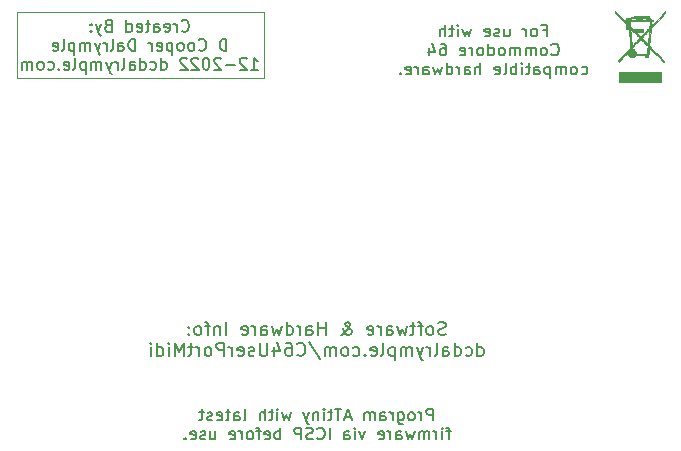
<source format=gbo>
G04 #@! TF.GenerationSoftware,KiCad,Pcbnew,6.0.7+dfsg-1*
G04 #@! TF.CreationDate,2022-12-11T16:06:28-06:00*
G04 #@! TF.ProjectId,C64UserPortMidi,43363455-7365-4725-906f-72744d696469,V1.0 RevA*
G04 #@! TF.SameCoordinates,Original*
G04 #@! TF.FileFunction,Legend,Bot*
G04 #@! TF.FilePolarity,Positive*
%FSLAX46Y46*%
G04 Gerber Fmt 4.6, Leading zero omitted, Abs format (unit mm)*
G04 Created by KiCad (PCBNEW 6.0.7+dfsg-1) date 2022-12-11 16:06:28*
%MOMM*%
%LPD*%
G01*
G04 APERTURE LIST*
%ADD10C,0.120000*%
%ADD11C,0.200000*%
%ADD12C,0.150000*%
%ADD13C,0.010000*%
G04 APERTURE END LIST*
D10*
X133550000Y-92400000D02*
X112650000Y-92400000D01*
X112650000Y-97988000D02*
X133550000Y-97988000D01*
X133550000Y-97988000D02*
X133550000Y-92400000D01*
X112650000Y-92400000D02*
X112650000Y-97988000D01*
D11*
X126591619Y-93941142D02*
X126639238Y-93988761D01*
X126782095Y-94036380D01*
X126877333Y-94036380D01*
X127020190Y-93988761D01*
X127115428Y-93893523D01*
X127163047Y-93798285D01*
X127210666Y-93607809D01*
X127210666Y-93464952D01*
X127163047Y-93274476D01*
X127115428Y-93179238D01*
X127020190Y-93084000D01*
X126877333Y-93036380D01*
X126782095Y-93036380D01*
X126639238Y-93084000D01*
X126591619Y-93131619D01*
X126163047Y-94036380D02*
X126163047Y-93369714D01*
X126163047Y-93560190D02*
X126115428Y-93464952D01*
X126067809Y-93417333D01*
X125972571Y-93369714D01*
X125877333Y-93369714D01*
X125163047Y-93988761D02*
X125258285Y-94036380D01*
X125448761Y-94036380D01*
X125544000Y-93988761D01*
X125591619Y-93893523D01*
X125591619Y-93512571D01*
X125544000Y-93417333D01*
X125448761Y-93369714D01*
X125258285Y-93369714D01*
X125163047Y-93417333D01*
X125115428Y-93512571D01*
X125115428Y-93607809D01*
X125591619Y-93703047D01*
X124258285Y-94036380D02*
X124258285Y-93512571D01*
X124305904Y-93417333D01*
X124401142Y-93369714D01*
X124591619Y-93369714D01*
X124686857Y-93417333D01*
X124258285Y-93988761D02*
X124353523Y-94036380D01*
X124591619Y-94036380D01*
X124686857Y-93988761D01*
X124734476Y-93893523D01*
X124734476Y-93798285D01*
X124686857Y-93703047D01*
X124591619Y-93655428D01*
X124353523Y-93655428D01*
X124258285Y-93607809D01*
X123924952Y-93369714D02*
X123544000Y-93369714D01*
X123782095Y-93036380D02*
X123782095Y-93893523D01*
X123734476Y-93988761D01*
X123639238Y-94036380D01*
X123544000Y-94036380D01*
X122829714Y-93988761D02*
X122924952Y-94036380D01*
X123115428Y-94036380D01*
X123210666Y-93988761D01*
X123258285Y-93893523D01*
X123258285Y-93512571D01*
X123210666Y-93417333D01*
X123115428Y-93369714D01*
X122924952Y-93369714D01*
X122829714Y-93417333D01*
X122782095Y-93512571D01*
X122782095Y-93607809D01*
X123258285Y-93703047D01*
X121924952Y-94036380D02*
X121924952Y-93036380D01*
X121924952Y-93988761D02*
X122020190Y-94036380D01*
X122210666Y-94036380D01*
X122305904Y-93988761D01*
X122353523Y-93941142D01*
X122401142Y-93845904D01*
X122401142Y-93560190D01*
X122353523Y-93464952D01*
X122305904Y-93417333D01*
X122210666Y-93369714D01*
X122020190Y-93369714D01*
X121924952Y-93417333D01*
X120353523Y-93512571D02*
X120210666Y-93560190D01*
X120163047Y-93607809D01*
X120115428Y-93703047D01*
X120115428Y-93845904D01*
X120163047Y-93941142D01*
X120210666Y-93988761D01*
X120305904Y-94036380D01*
X120686857Y-94036380D01*
X120686857Y-93036380D01*
X120353523Y-93036380D01*
X120258285Y-93084000D01*
X120210666Y-93131619D01*
X120163047Y-93226857D01*
X120163047Y-93322095D01*
X120210666Y-93417333D01*
X120258285Y-93464952D01*
X120353523Y-93512571D01*
X120686857Y-93512571D01*
X119782095Y-93369714D02*
X119544000Y-94036380D01*
X119305904Y-93369714D02*
X119544000Y-94036380D01*
X119639238Y-94274476D01*
X119686857Y-94322095D01*
X119782095Y-94369714D01*
X118924952Y-93941142D02*
X118877333Y-93988761D01*
X118924952Y-94036380D01*
X118972571Y-93988761D01*
X118924952Y-93941142D01*
X118924952Y-94036380D01*
X118924952Y-93417333D02*
X118877333Y-93464952D01*
X118924952Y-93512571D01*
X118972571Y-93464952D01*
X118924952Y-93417333D01*
X118924952Y-93512571D01*
X130377333Y-95646380D02*
X130377333Y-94646380D01*
X130139238Y-94646380D01*
X129996380Y-94694000D01*
X129901142Y-94789238D01*
X129853523Y-94884476D01*
X129805904Y-95074952D01*
X129805904Y-95217809D01*
X129853523Y-95408285D01*
X129901142Y-95503523D01*
X129996380Y-95598761D01*
X130139238Y-95646380D01*
X130377333Y-95646380D01*
X128044000Y-95551142D02*
X128091619Y-95598761D01*
X128234476Y-95646380D01*
X128329714Y-95646380D01*
X128472571Y-95598761D01*
X128567809Y-95503523D01*
X128615428Y-95408285D01*
X128663047Y-95217809D01*
X128663047Y-95074952D01*
X128615428Y-94884476D01*
X128567809Y-94789238D01*
X128472571Y-94694000D01*
X128329714Y-94646380D01*
X128234476Y-94646380D01*
X128091619Y-94694000D01*
X128044000Y-94741619D01*
X127472571Y-95646380D02*
X127567809Y-95598761D01*
X127615428Y-95551142D01*
X127663047Y-95455904D01*
X127663047Y-95170190D01*
X127615428Y-95074952D01*
X127567809Y-95027333D01*
X127472571Y-94979714D01*
X127329714Y-94979714D01*
X127234476Y-95027333D01*
X127186857Y-95074952D01*
X127139238Y-95170190D01*
X127139238Y-95455904D01*
X127186857Y-95551142D01*
X127234476Y-95598761D01*
X127329714Y-95646380D01*
X127472571Y-95646380D01*
X126567809Y-95646380D02*
X126663047Y-95598761D01*
X126710666Y-95551142D01*
X126758285Y-95455904D01*
X126758285Y-95170190D01*
X126710666Y-95074952D01*
X126663047Y-95027333D01*
X126567809Y-94979714D01*
X126424952Y-94979714D01*
X126329714Y-95027333D01*
X126282095Y-95074952D01*
X126234476Y-95170190D01*
X126234476Y-95455904D01*
X126282095Y-95551142D01*
X126329714Y-95598761D01*
X126424952Y-95646380D01*
X126567809Y-95646380D01*
X125805904Y-94979714D02*
X125805904Y-95979714D01*
X125805904Y-95027333D02*
X125710666Y-94979714D01*
X125520190Y-94979714D01*
X125424952Y-95027333D01*
X125377333Y-95074952D01*
X125329714Y-95170190D01*
X125329714Y-95455904D01*
X125377333Y-95551142D01*
X125424952Y-95598761D01*
X125520190Y-95646380D01*
X125710666Y-95646380D01*
X125805904Y-95598761D01*
X124520190Y-95598761D02*
X124615428Y-95646380D01*
X124805904Y-95646380D01*
X124901142Y-95598761D01*
X124948761Y-95503523D01*
X124948761Y-95122571D01*
X124901142Y-95027333D01*
X124805904Y-94979714D01*
X124615428Y-94979714D01*
X124520190Y-95027333D01*
X124472571Y-95122571D01*
X124472571Y-95217809D01*
X124948761Y-95313047D01*
X124044000Y-95646380D02*
X124044000Y-94979714D01*
X124044000Y-95170190D02*
X123996380Y-95074952D01*
X123948761Y-95027333D01*
X123853523Y-94979714D01*
X123758285Y-94979714D01*
X122663047Y-95646380D02*
X122663047Y-94646380D01*
X122424952Y-94646380D01*
X122282095Y-94694000D01*
X122186857Y-94789238D01*
X122139238Y-94884476D01*
X122091619Y-95074952D01*
X122091619Y-95217809D01*
X122139238Y-95408285D01*
X122186857Y-95503523D01*
X122282095Y-95598761D01*
X122424952Y-95646380D01*
X122663047Y-95646380D01*
X121234476Y-95646380D02*
X121234476Y-95122571D01*
X121282095Y-95027333D01*
X121377333Y-94979714D01*
X121567809Y-94979714D01*
X121663047Y-95027333D01*
X121234476Y-95598761D02*
X121329714Y-95646380D01*
X121567809Y-95646380D01*
X121663047Y-95598761D01*
X121710666Y-95503523D01*
X121710666Y-95408285D01*
X121663047Y-95313047D01*
X121567809Y-95265428D01*
X121329714Y-95265428D01*
X121234476Y-95217809D01*
X120615428Y-95646380D02*
X120710666Y-95598761D01*
X120758285Y-95503523D01*
X120758285Y-94646380D01*
X120234476Y-95646380D02*
X120234476Y-94979714D01*
X120234476Y-95170190D02*
X120186857Y-95074952D01*
X120139238Y-95027333D01*
X120044000Y-94979714D01*
X119948761Y-94979714D01*
X119710666Y-94979714D02*
X119472571Y-95646380D01*
X119234476Y-94979714D02*
X119472571Y-95646380D01*
X119567809Y-95884476D01*
X119615428Y-95932095D01*
X119710666Y-95979714D01*
X118853523Y-95646380D02*
X118853523Y-94979714D01*
X118853523Y-95074952D02*
X118805904Y-95027333D01*
X118710666Y-94979714D01*
X118567809Y-94979714D01*
X118472571Y-95027333D01*
X118424952Y-95122571D01*
X118424952Y-95646380D01*
X118424952Y-95122571D02*
X118377333Y-95027333D01*
X118282095Y-94979714D01*
X118139238Y-94979714D01*
X118044000Y-95027333D01*
X117996380Y-95122571D01*
X117996380Y-95646380D01*
X117520190Y-94979714D02*
X117520190Y-95979714D01*
X117520190Y-95027333D02*
X117424952Y-94979714D01*
X117234476Y-94979714D01*
X117139238Y-95027333D01*
X117091619Y-95074952D01*
X117044000Y-95170190D01*
X117044000Y-95455904D01*
X117091619Y-95551142D01*
X117139238Y-95598761D01*
X117234476Y-95646380D01*
X117424952Y-95646380D01*
X117520190Y-95598761D01*
X116472571Y-95646380D02*
X116567809Y-95598761D01*
X116615428Y-95503523D01*
X116615428Y-94646380D01*
X115710666Y-95598761D02*
X115805904Y-95646380D01*
X115996380Y-95646380D01*
X116091619Y-95598761D01*
X116139238Y-95503523D01*
X116139238Y-95122571D01*
X116091619Y-95027333D01*
X115996380Y-94979714D01*
X115805904Y-94979714D01*
X115710666Y-95027333D01*
X115663047Y-95122571D01*
X115663047Y-95217809D01*
X116139238Y-95313047D01*
X132472571Y-97256380D02*
X133044000Y-97256380D01*
X132758285Y-97256380D02*
X132758285Y-96256380D01*
X132853523Y-96399238D01*
X132948761Y-96494476D01*
X133044000Y-96542095D01*
X132091619Y-96351619D02*
X132044000Y-96304000D01*
X131948761Y-96256380D01*
X131710666Y-96256380D01*
X131615428Y-96304000D01*
X131567809Y-96351619D01*
X131520190Y-96446857D01*
X131520190Y-96542095D01*
X131567809Y-96684952D01*
X132139238Y-97256380D01*
X131520190Y-97256380D01*
X131091619Y-96875428D02*
X130329714Y-96875428D01*
X129901142Y-96351619D02*
X129853523Y-96304000D01*
X129758285Y-96256380D01*
X129520190Y-96256380D01*
X129424952Y-96304000D01*
X129377333Y-96351619D01*
X129329714Y-96446857D01*
X129329714Y-96542095D01*
X129377333Y-96684952D01*
X129948761Y-97256380D01*
X129329714Y-97256380D01*
X128710666Y-96256380D02*
X128615428Y-96256380D01*
X128520190Y-96304000D01*
X128472571Y-96351619D01*
X128424952Y-96446857D01*
X128377333Y-96637333D01*
X128377333Y-96875428D01*
X128424952Y-97065904D01*
X128472571Y-97161142D01*
X128520190Y-97208761D01*
X128615428Y-97256380D01*
X128710666Y-97256380D01*
X128805904Y-97208761D01*
X128853523Y-97161142D01*
X128901142Y-97065904D01*
X128948761Y-96875428D01*
X128948761Y-96637333D01*
X128901142Y-96446857D01*
X128853523Y-96351619D01*
X128805904Y-96304000D01*
X128710666Y-96256380D01*
X127996380Y-96351619D02*
X127948761Y-96304000D01*
X127853523Y-96256380D01*
X127615428Y-96256380D01*
X127520190Y-96304000D01*
X127472571Y-96351619D01*
X127424952Y-96446857D01*
X127424952Y-96542095D01*
X127472571Y-96684952D01*
X128044000Y-97256380D01*
X127424952Y-97256380D01*
X127044000Y-96351619D02*
X126996380Y-96304000D01*
X126901142Y-96256380D01*
X126663047Y-96256380D01*
X126567809Y-96304000D01*
X126520190Y-96351619D01*
X126472571Y-96446857D01*
X126472571Y-96542095D01*
X126520190Y-96684952D01*
X127091619Y-97256380D01*
X126472571Y-97256380D01*
X124853523Y-97256380D02*
X124853523Y-96256380D01*
X124853523Y-97208761D02*
X124948761Y-97256380D01*
X125139238Y-97256380D01*
X125234476Y-97208761D01*
X125282095Y-97161142D01*
X125329714Y-97065904D01*
X125329714Y-96780190D01*
X125282095Y-96684952D01*
X125234476Y-96637333D01*
X125139238Y-96589714D01*
X124948761Y-96589714D01*
X124853523Y-96637333D01*
X123948761Y-97208761D02*
X124044000Y-97256380D01*
X124234476Y-97256380D01*
X124329714Y-97208761D01*
X124377333Y-97161142D01*
X124424952Y-97065904D01*
X124424952Y-96780190D01*
X124377333Y-96684952D01*
X124329714Y-96637333D01*
X124234476Y-96589714D01*
X124044000Y-96589714D01*
X123948761Y-96637333D01*
X123091619Y-97256380D02*
X123091619Y-96256380D01*
X123091619Y-97208761D02*
X123186857Y-97256380D01*
X123377333Y-97256380D01*
X123472571Y-97208761D01*
X123520190Y-97161142D01*
X123567809Y-97065904D01*
X123567809Y-96780190D01*
X123520190Y-96684952D01*
X123472571Y-96637333D01*
X123377333Y-96589714D01*
X123186857Y-96589714D01*
X123091619Y-96637333D01*
X122186857Y-97256380D02*
X122186857Y-96732571D01*
X122234476Y-96637333D01*
X122329714Y-96589714D01*
X122520190Y-96589714D01*
X122615428Y-96637333D01*
X122186857Y-97208761D02*
X122282095Y-97256380D01*
X122520190Y-97256380D01*
X122615428Y-97208761D01*
X122663047Y-97113523D01*
X122663047Y-97018285D01*
X122615428Y-96923047D01*
X122520190Y-96875428D01*
X122282095Y-96875428D01*
X122186857Y-96827809D01*
X121567809Y-97256380D02*
X121663047Y-97208761D01*
X121710666Y-97113523D01*
X121710666Y-96256380D01*
X121186857Y-97256380D02*
X121186857Y-96589714D01*
X121186857Y-96780190D02*
X121139238Y-96684952D01*
X121091619Y-96637333D01*
X120996380Y-96589714D01*
X120901142Y-96589714D01*
X120663047Y-96589714D02*
X120424952Y-97256380D01*
X120186857Y-96589714D02*
X120424952Y-97256380D01*
X120520190Y-97494476D01*
X120567809Y-97542095D01*
X120663047Y-97589714D01*
X119805904Y-97256380D02*
X119805904Y-96589714D01*
X119805904Y-96684952D02*
X119758285Y-96637333D01*
X119663047Y-96589714D01*
X119520190Y-96589714D01*
X119424952Y-96637333D01*
X119377333Y-96732571D01*
X119377333Y-97256380D01*
X119377333Y-96732571D02*
X119329714Y-96637333D01*
X119234476Y-96589714D01*
X119091619Y-96589714D01*
X118996380Y-96637333D01*
X118948761Y-96732571D01*
X118948761Y-97256380D01*
X118472571Y-96589714D02*
X118472571Y-97589714D01*
X118472571Y-96637333D02*
X118377333Y-96589714D01*
X118186857Y-96589714D01*
X118091619Y-96637333D01*
X118044000Y-96684952D01*
X117996380Y-96780190D01*
X117996380Y-97065904D01*
X118044000Y-97161142D01*
X118091619Y-97208761D01*
X118186857Y-97256380D01*
X118377333Y-97256380D01*
X118472571Y-97208761D01*
X117424952Y-97256380D02*
X117520190Y-97208761D01*
X117567809Y-97113523D01*
X117567809Y-96256380D01*
X116663047Y-97208761D02*
X116758285Y-97256380D01*
X116948761Y-97256380D01*
X117044000Y-97208761D01*
X117091619Y-97113523D01*
X117091619Y-96732571D01*
X117044000Y-96637333D01*
X116948761Y-96589714D01*
X116758285Y-96589714D01*
X116663047Y-96637333D01*
X116615428Y-96732571D01*
X116615428Y-96827809D01*
X117091619Y-96923047D01*
X116186857Y-97161142D02*
X116139238Y-97208761D01*
X116186857Y-97256380D01*
X116234476Y-97208761D01*
X116186857Y-97161142D01*
X116186857Y-97256380D01*
X115282095Y-97208761D02*
X115377333Y-97256380D01*
X115567809Y-97256380D01*
X115663047Y-97208761D01*
X115710666Y-97161142D01*
X115758285Y-97065904D01*
X115758285Y-96780190D01*
X115710666Y-96684952D01*
X115663047Y-96637333D01*
X115567809Y-96589714D01*
X115377333Y-96589714D01*
X115282095Y-96637333D01*
X114710666Y-97256380D02*
X114805904Y-97208761D01*
X114853523Y-97161142D01*
X114901142Y-97065904D01*
X114901142Y-96780190D01*
X114853523Y-96684952D01*
X114805904Y-96637333D01*
X114710666Y-96589714D01*
X114567809Y-96589714D01*
X114472571Y-96637333D01*
X114424952Y-96684952D01*
X114377333Y-96780190D01*
X114377333Y-97065904D01*
X114424952Y-97161142D01*
X114472571Y-97208761D01*
X114567809Y-97256380D01*
X114710666Y-97256380D01*
X113948761Y-97256380D02*
X113948761Y-96589714D01*
X113948761Y-96684952D02*
X113901142Y-96637333D01*
X113805904Y-96589714D01*
X113663047Y-96589714D01*
X113567809Y-96637333D01*
X113520190Y-96732571D01*
X113520190Y-97256380D01*
X113520190Y-96732571D02*
X113472571Y-96637333D01*
X113377333Y-96589714D01*
X113234476Y-96589714D01*
X113139238Y-96637333D01*
X113091619Y-96732571D01*
X113091619Y-97256380D01*
X148945238Y-119659738D02*
X148788095Y-119712119D01*
X148526190Y-119712119D01*
X148421428Y-119659738D01*
X148369047Y-119607357D01*
X148316666Y-119502595D01*
X148316666Y-119397833D01*
X148369047Y-119293071D01*
X148421428Y-119240690D01*
X148526190Y-119188309D01*
X148735714Y-119135928D01*
X148840476Y-119083547D01*
X148892857Y-119031166D01*
X148945238Y-118926404D01*
X148945238Y-118821642D01*
X148892857Y-118716880D01*
X148840476Y-118664500D01*
X148735714Y-118612119D01*
X148473809Y-118612119D01*
X148316666Y-118664500D01*
X147688095Y-119712119D02*
X147792857Y-119659738D01*
X147845238Y-119607357D01*
X147897619Y-119502595D01*
X147897619Y-119188309D01*
X147845238Y-119083547D01*
X147792857Y-119031166D01*
X147688095Y-118978785D01*
X147530952Y-118978785D01*
X147426190Y-119031166D01*
X147373809Y-119083547D01*
X147321428Y-119188309D01*
X147321428Y-119502595D01*
X147373809Y-119607357D01*
X147426190Y-119659738D01*
X147530952Y-119712119D01*
X147688095Y-119712119D01*
X147007142Y-118978785D02*
X146588095Y-118978785D01*
X146850000Y-119712119D02*
X146850000Y-118769261D01*
X146797619Y-118664500D01*
X146692857Y-118612119D01*
X146588095Y-118612119D01*
X146378571Y-118978785D02*
X145959523Y-118978785D01*
X146221428Y-118612119D02*
X146221428Y-119554976D01*
X146169047Y-119659738D01*
X146064285Y-119712119D01*
X145959523Y-119712119D01*
X145697619Y-118978785D02*
X145488095Y-119712119D01*
X145278571Y-119188309D01*
X145069047Y-119712119D01*
X144859523Y-118978785D01*
X143969047Y-119712119D02*
X143969047Y-119135928D01*
X144021428Y-119031166D01*
X144126190Y-118978785D01*
X144335714Y-118978785D01*
X144440476Y-119031166D01*
X143969047Y-119659738D02*
X144073809Y-119712119D01*
X144335714Y-119712119D01*
X144440476Y-119659738D01*
X144492857Y-119554976D01*
X144492857Y-119450214D01*
X144440476Y-119345452D01*
X144335714Y-119293071D01*
X144073809Y-119293071D01*
X143969047Y-119240690D01*
X143445238Y-119712119D02*
X143445238Y-118978785D01*
X143445238Y-119188309D02*
X143392857Y-119083547D01*
X143340476Y-119031166D01*
X143235714Y-118978785D01*
X143130952Y-118978785D01*
X142345238Y-119659738D02*
X142450000Y-119712119D01*
X142659523Y-119712119D01*
X142764285Y-119659738D01*
X142816666Y-119554976D01*
X142816666Y-119135928D01*
X142764285Y-119031166D01*
X142659523Y-118978785D01*
X142450000Y-118978785D01*
X142345238Y-119031166D01*
X142292857Y-119135928D01*
X142292857Y-119240690D01*
X142816666Y-119345452D01*
X140092857Y-119712119D02*
X140145238Y-119712119D01*
X140250000Y-119659738D01*
X140407142Y-119502595D01*
X140669047Y-119188309D01*
X140773809Y-119031166D01*
X140826190Y-118874023D01*
X140826190Y-118769261D01*
X140773809Y-118664500D01*
X140669047Y-118612119D01*
X140616666Y-118612119D01*
X140511904Y-118664500D01*
X140459523Y-118769261D01*
X140459523Y-118821642D01*
X140511904Y-118926404D01*
X140564285Y-118978785D01*
X140878571Y-119188309D01*
X140930952Y-119240690D01*
X140983333Y-119345452D01*
X140983333Y-119502595D01*
X140930952Y-119607357D01*
X140878571Y-119659738D01*
X140773809Y-119712119D01*
X140616666Y-119712119D01*
X140511904Y-119659738D01*
X140459523Y-119607357D01*
X140302380Y-119397833D01*
X140250000Y-119240690D01*
X140250000Y-119135928D01*
X138783333Y-119712119D02*
X138783333Y-118612119D01*
X138783333Y-119135928D02*
X138154761Y-119135928D01*
X138154761Y-119712119D02*
X138154761Y-118612119D01*
X137159523Y-119712119D02*
X137159523Y-119135928D01*
X137211904Y-119031166D01*
X137316666Y-118978785D01*
X137526190Y-118978785D01*
X137630952Y-119031166D01*
X137159523Y-119659738D02*
X137264285Y-119712119D01*
X137526190Y-119712119D01*
X137630952Y-119659738D01*
X137683333Y-119554976D01*
X137683333Y-119450214D01*
X137630952Y-119345452D01*
X137526190Y-119293071D01*
X137264285Y-119293071D01*
X137159523Y-119240690D01*
X136635714Y-119712119D02*
X136635714Y-118978785D01*
X136635714Y-119188309D02*
X136583333Y-119083547D01*
X136530952Y-119031166D01*
X136426190Y-118978785D01*
X136321428Y-118978785D01*
X135483333Y-119712119D02*
X135483333Y-118612119D01*
X135483333Y-119659738D02*
X135588095Y-119712119D01*
X135797619Y-119712119D01*
X135902380Y-119659738D01*
X135954761Y-119607357D01*
X136007142Y-119502595D01*
X136007142Y-119188309D01*
X135954761Y-119083547D01*
X135902380Y-119031166D01*
X135797619Y-118978785D01*
X135588095Y-118978785D01*
X135483333Y-119031166D01*
X135064285Y-118978785D02*
X134854761Y-119712119D01*
X134645238Y-119188309D01*
X134435714Y-119712119D01*
X134226190Y-118978785D01*
X133335714Y-119712119D02*
X133335714Y-119135928D01*
X133388095Y-119031166D01*
X133492857Y-118978785D01*
X133702380Y-118978785D01*
X133807142Y-119031166D01*
X133335714Y-119659738D02*
X133440476Y-119712119D01*
X133702380Y-119712119D01*
X133807142Y-119659738D01*
X133859523Y-119554976D01*
X133859523Y-119450214D01*
X133807142Y-119345452D01*
X133702380Y-119293071D01*
X133440476Y-119293071D01*
X133335714Y-119240690D01*
X132811904Y-119712119D02*
X132811904Y-118978785D01*
X132811904Y-119188309D02*
X132759523Y-119083547D01*
X132707142Y-119031166D01*
X132602380Y-118978785D01*
X132497619Y-118978785D01*
X131711904Y-119659738D02*
X131816666Y-119712119D01*
X132026190Y-119712119D01*
X132130952Y-119659738D01*
X132183333Y-119554976D01*
X132183333Y-119135928D01*
X132130952Y-119031166D01*
X132026190Y-118978785D01*
X131816666Y-118978785D01*
X131711904Y-119031166D01*
X131659523Y-119135928D01*
X131659523Y-119240690D01*
X132183333Y-119345452D01*
X130350000Y-119712119D02*
X130350000Y-118612119D01*
X129826190Y-118978785D02*
X129826190Y-119712119D01*
X129826190Y-119083547D02*
X129773809Y-119031166D01*
X129669047Y-118978785D01*
X129511904Y-118978785D01*
X129407142Y-119031166D01*
X129354761Y-119135928D01*
X129354761Y-119712119D01*
X128988095Y-118978785D02*
X128569047Y-118978785D01*
X128830952Y-119712119D02*
X128830952Y-118769261D01*
X128778571Y-118664500D01*
X128673809Y-118612119D01*
X128569047Y-118612119D01*
X128045238Y-119712119D02*
X128150000Y-119659738D01*
X128202380Y-119607357D01*
X128254761Y-119502595D01*
X128254761Y-119188309D01*
X128202380Y-119083547D01*
X128150000Y-119031166D01*
X128045238Y-118978785D01*
X127888095Y-118978785D01*
X127783333Y-119031166D01*
X127730952Y-119083547D01*
X127678571Y-119188309D01*
X127678571Y-119502595D01*
X127730952Y-119607357D01*
X127783333Y-119659738D01*
X127888095Y-119712119D01*
X128045238Y-119712119D01*
X127207142Y-119607357D02*
X127154761Y-119659738D01*
X127207142Y-119712119D01*
X127259523Y-119659738D01*
X127207142Y-119607357D01*
X127207142Y-119712119D01*
X127207142Y-119031166D02*
X127154761Y-119083547D01*
X127207142Y-119135928D01*
X127259523Y-119083547D01*
X127207142Y-119031166D01*
X127207142Y-119135928D01*
X151642857Y-121483119D02*
X151642857Y-120383119D01*
X151642857Y-121430738D02*
X151747619Y-121483119D01*
X151957142Y-121483119D01*
X152061904Y-121430738D01*
X152114285Y-121378357D01*
X152166666Y-121273595D01*
X152166666Y-120959309D01*
X152114285Y-120854547D01*
X152061904Y-120802166D01*
X151957142Y-120749785D01*
X151747619Y-120749785D01*
X151642857Y-120802166D01*
X150647619Y-121430738D02*
X150752380Y-121483119D01*
X150961904Y-121483119D01*
X151066666Y-121430738D01*
X151119047Y-121378357D01*
X151171428Y-121273595D01*
X151171428Y-120959309D01*
X151119047Y-120854547D01*
X151066666Y-120802166D01*
X150961904Y-120749785D01*
X150752380Y-120749785D01*
X150647619Y-120802166D01*
X149704761Y-121483119D02*
X149704761Y-120383119D01*
X149704761Y-121430738D02*
X149809523Y-121483119D01*
X150019047Y-121483119D01*
X150123809Y-121430738D01*
X150176190Y-121378357D01*
X150228571Y-121273595D01*
X150228571Y-120959309D01*
X150176190Y-120854547D01*
X150123809Y-120802166D01*
X150019047Y-120749785D01*
X149809523Y-120749785D01*
X149704761Y-120802166D01*
X148709523Y-121483119D02*
X148709523Y-120906928D01*
X148761904Y-120802166D01*
X148866666Y-120749785D01*
X149076190Y-120749785D01*
X149180952Y-120802166D01*
X148709523Y-121430738D02*
X148814285Y-121483119D01*
X149076190Y-121483119D01*
X149180952Y-121430738D01*
X149233333Y-121325976D01*
X149233333Y-121221214D01*
X149180952Y-121116452D01*
X149076190Y-121064071D01*
X148814285Y-121064071D01*
X148709523Y-121011690D01*
X148028571Y-121483119D02*
X148133333Y-121430738D01*
X148185714Y-121325976D01*
X148185714Y-120383119D01*
X147609523Y-121483119D02*
X147609523Y-120749785D01*
X147609523Y-120959309D02*
X147557142Y-120854547D01*
X147504761Y-120802166D01*
X147400000Y-120749785D01*
X147295238Y-120749785D01*
X147033333Y-120749785D02*
X146771428Y-121483119D01*
X146509523Y-120749785D02*
X146771428Y-121483119D01*
X146876190Y-121745023D01*
X146928571Y-121797404D01*
X147033333Y-121849785D01*
X146090476Y-121483119D02*
X146090476Y-120749785D01*
X146090476Y-120854547D02*
X146038095Y-120802166D01*
X145933333Y-120749785D01*
X145776190Y-120749785D01*
X145671428Y-120802166D01*
X145619047Y-120906928D01*
X145619047Y-121483119D01*
X145619047Y-120906928D02*
X145566666Y-120802166D01*
X145461904Y-120749785D01*
X145304761Y-120749785D01*
X145200000Y-120802166D01*
X145147619Y-120906928D01*
X145147619Y-121483119D01*
X144623809Y-120749785D02*
X144623809Y-121849785D01*
X144623809Y-120802166D02*
X144519047Y-120749785D01*
X144309523Y-120749785D01*
X144204761Y-120802166D01*
X144152380Y-120854547D01*
X144100000Y-120959309D01*
X144100000Y-121273595D01*
X144152380Y-121378357D01*
X144204761Y-121430738D01*
X144309523Y-121483119D01*
X144519047Y-121483119D01*
X144623809Y-121430738D01*
X143471428Y-121483119D02*
X143576190Y-121430738D01*
X143628571Y-121325976D01*
X143628571Y-120383119D01*
X142633333Y-121430738D02*
X142738095Y-121483119D01*
X142947619Y-121483119D01*
X143052380Y-121430738D01*
X143104761Y-121325976D01*
X143104761Y-120906928D01*
X143052380Y-120802166D01*
X142947619Y-120749785D01*
X142738095Y-120749785D01*
X142633333Y-120802166D01*
X142580952Y-120906928D01*
X142580952Y-121011690D01*
X143104761Y-121116452D01*
X142109523Y-121378357D02*
X142057142Y-121430738D01*
X142109523Y-121483119D01*
X142161904Y-121430738D01*
X142109523Y-121378357D01*
X142109523Y-121483119D01*
X141114285Y-121430738D02*
X141219047Y-121483119D01*
X141428571Y-121483119D01*
X141533333Y-121430738D01*
X141585714Y-121378357D01*
X141638095Y-121273595D01*
X141638095Y-120959309D01*
X141585714Y-120854547D01*
X141533333Y-120802166D01*
X141428571Y-120749785D01*
X141219047Y-120749785D01*
X141114285Y-120802166D01*
X140485714Y-121483119D02*
X140590476Y-121430738D01*
X140642857Y-121378357D01*
X140695238Y-121273595D01*
X140695238Y-120959309D01*
X140642857Y-120854547D01*
X140590476Y-120802166D01*
X140485714Y-120749785D01*
X140328571Y-120749785D01*
X140223809Y-120802166D01*
X140171428Y-120854547D01*
X140119047Y-120959309D01*
X140119047Y-121273595D01*
X140171428Y-121378357D01*
X140223809Y-121430738D01*
X140328571Y-121483119D01*
X140485714Y-121483119D01*
X139647619Y-121483119D02*
X139647619Y-120749785D01*
X139647619Y-120854547D02*
X139595238Y-120802166D01*
X139490476Y-120749785D01*
X139333333Y-120749785D01*
X139228571Y-120802166D01*
X139176190Y-120906928D01*
X139176190Y-121483119D01*
X139176190Y-120906928D02*
X139123809Y-120802166D01*
X139019047Y-120749785D01*
X138861904Y-120749785D01*
X138757142Y-120802166D01*
X138704761Y-120906928D01*
X138704761Y-121483119D01*
X137395238Y-120330738D02*
X138338095Y-121745023D01*
X136400000Y-121378357D02*
X136452380Y-121430738D01*
X136609523Y-121483119D01*
X136714285Y-121483119D01*
X136871428Y-121430738D01*
X136976190Y-121325976D01*
X137028571Y-121221214D01*
X137080952Y-121011690D01*
X137080952Y-120854547D01*
X137028571Y-120645023D01*
X136976190Y-120540261D01*
X136871428Y-120435500D01*
X136714285Y-120383119D01*
X136609523Y-120383119D01*
X136452380Y-120435500D01*
X136400000Y-120487880D01*
X135457142Y-120383119D02*
X135666666Y-120383119D01*
X135771428Y-120435500D01*
X135823809Y-120487880D01*
X135928571Y-120645023D01*
X135980952Y-120854547D01*
X135980952Y-121273595D01*
X135928571Y-121378357D01*
X135876190Y-121430738D01*
X135771428Y-121483119D01*
X135561904Y-121483119D01*
X135457142Y-121430738D01*
X135404761Y-121378357D01*
X135352380Y-121273595D01*
X135352380Y-121011690D01*
X135404761Y-120906928D01*
X135457142Y-120854547D01*
X135561904Y-120802166D01*
X135771428Y-120802166D01*
X135876190Y-120854547D01*
X135928571Y-120906928D01*
X135980952Y-121011690D01*
X134409523Y-120749785D02*
X134409523Y-121483119D01*
X134671428Y-120330738D02*
X134933333Y-121116452D01*
X134252380Y-121116452D01*
X133833333Y-120383119D02*
X133833333Y-121273595D01*
X133780952Y-121378357D01*
X133728571Y-121430738D01*
X133623809Y-121483119D01*
X133414285Y-121483119D01*
X133309523Y-121430738D01*
X133257142Y-121378357D01*
X133204761Y-121273595D01*
X133204761Y-120383119D01*
X132733333Y-121430738D02*
X132628571Y-121483119D01*
X132419047Y-121483119D01*
X132314285Y-121430738D01*
X132261904Y-121325976D01*
X132261904Y-121273595D01*
X132314285Y-121168833D01*
X132419047Y-121116452D01*
X132576190Y-121116452D01*
X132680952Y-121064071D01*
X132733333Y-120959309D01*
X132733333Y-120906928D01*
X132680952Y-120802166D01*
X132576190Y-120749785D01*
X132419047Y-120749785D01*
X132314285Y-120802166D01*
X131371428Y-121430738D02*
X131476190Y-121483119D01*
X131685714Y-121483119D01*
X131790476Y-121430738D01*
X131842857Y-121325976D01*
X131842857Y-120906928D01*
X131790476Y-120802166D01*
X131685714Y-120749785D01*
X131476190Y-120749785D01*
X131371428Y-120802166D01*
X131319047Y-120906928D01*
X131319047Y-121011690D01*
X131842857Y-121116452D01*
X130847619Y-121483119D02*
X130847619Y-120749785D01*
X130847619Y-120959309D02*
X130795238Y-120854547D01*
X130742857Y-120802166D01*
X130638095Y-120749785D01*
X130533333Y-120749785D01*
X130166666Y-121483119D02*
X130166666Y-120383119D01*
X129747619Y-120383119D01*
X129642857Y-120435500D01*
X129590476Y-120487880D01*
X129538095Y-120592642D01*
X129538095Y-120749785D01*
X129590476Y-120854547D01*
X129642857Y-120906928D01*
X129747619Y-120959309D01*
X130166666Y-120959309D01*
X128909523Y-121483119D02*
X129014285Y-121430738D01*
X129066666Y-121378357D01*
X129119047Y-121273595D01*
X129119047Y-120959309D01*
X129066666Y-120854547D01*
X129014285Y-120802166D01*
X128909523Y-120749785D01*
X128752380Y-120749785D01*
X128647619Y-120802166D01*
X128595238Y-120854547D01*
X128542857Y-120959309D01*
X128542857Y-121273595D01*
X128595238Y-121378357D01*
X128647619Y-121430738D01*
X128752380Y-121483119D01*
X128909523Y-121483119D01*
X128071428Y-121483119D02*
X128071428Y-120749785D01*
X128071428Y-120959309D02*
X128019047Y-120854547D01*
X127966666Y-120802166D01*
X127861904Y-120749785D01*
X127757142Y-120749785D01*
X127547619Y-120749785D02*
X127128571Y-120749785D01*
X127390476Y-120383119D02*
X127390476Y-121325976D01*
X127338095Y-121430738D01*
X127233333Y-121483119D01*
X127128571Y-121483119D01*
X126761904Y-121483119D02*
X126761904Y-120383119D01*
X126395238Y-121168833D01*
X126028571Y-120383119D01*
X126028571Y-121483119D01*
X125504761Y-121483119D02*
X125504761Y-120749785D01*
X125504761Y-120383119D02*
X125557142Y-120435500D01*
X125504761Y-120487880D01*
X125452380Y-120435500D01*
X125504761Y-120383119D01*
X125504761Y-120487880D01*
X124509523Y-121483119D02*
X124509523Y-120383119D01*
X124509523Y-121430738D02*
X124614285Y-121483119D01*
X124823809Y-121483119D01*
X124928571Y-121430738D01*
X124980952Y-121378357D01*
X125033333Y-121273595D01*
X125033333Y-120959309D01*
X124980952Y-120854547D01*
X124928571Y-120802166D01*
X124823809Y-120749785D01*
X124614285Y-120749785D01*
X124509523Y-120802166D01*
X123985714Y-121483119D02*
X123985714Y-120749785D01*
X123985714Y-120383119D02*
X124038095Y-120435500D01*
X123985714Y-120487880D01*
X123933333Y-120435500D01*
X123985714Y-120383119D01*
X123985714Y-120487880D01*
D12*
X157166666Y-93918571D02*
X157500000Y-93918571D01*
X157500000Y-94442380D02*
X157500000Y-93442380D01*
X157023809Y-93442380D01*
X156500000Y-94442380D02*
X156595238Y-94394761D01*
X156642857Y-94347142D01*
X156690476Y-94251904D01*
X156690476Y-93966190D01*
X156642857Y-93870952D01*
X156595238Y-93823333D01*
X156500000Y-93775714D01*
X156357142Y-93775714D01*
X156261904Y-93823333D01*
X156214285Y-93870952D01*
X156166666Y-93966190D01*
X156166666Y-94251904D01*
X156214285Y-94347142D01*
X156261904Y-94394761D01*
X156357142Y-94442380D01*
X156500000Y-94442380D01*
X155738095Y-94442380D02*
X155738095Y-93775714D01*
X155738095Y-93966190D02*
X155690476Y-93870952D01*
X155642857Y-93823333D01*
X155547619Y-93775714D01*
X155452380Y-93775714D01*
X153928571Y-93775714D02*
X153928571Y-94442380D01*
X154357142Y-93775714D02*
X154357142Y-94299523D01*
X154309523Y-94394761D01*
X154214285Y-94442380D01*
X154071428Y-94442380D01*
X153976190Y-94394761D01*
X153928571Y-94347142D01*
X153500000Y-94394761D02*
X153404761Y-94442380D01*
X153214285Y-94442380D01*
X153119047Y-94394761D01*
X153071428Y-94299523D01*
X153071428Y-94251904D01*
X153119047Y-94156666D01*
X153214285Y-94109047D01*
X153357142Y-94109047D01*
X153452380Y-94061428D01*
X153500000Y-93966190D01*
X153500000Y-93918571D01*
X153452380Y-93823333D01*
X153357142Y-93775714D01*
X153214285Y-93775714D01*
X153119047Y-93823333D01*
X152261904Y-94394761D02*
X152357142Y-94442380D01*
X152547619Y-94442380D01*
X152642857Y-94394761D01*
X152690476Y-94299523D01*
X152690476Y-93918571D01*
X152642857Y-93823333D01*
X152547619Y-93775714D01*
X152357142Y-93775714D01*
X152261904Y-93823333D01*
X152214285Y-93918571D01*
X152214285Y-94013809D01*
X152690476Y-94109047D01*
X151119047Y-93775714D02*
X150928571Y-94442380D01*
X150738095Y-93966190D01*
X150547619Y-94442380D01*
X150357142Y-93775714D01*
X149976190Y-94442380D02*
X149976190Y-93775714D01*
X149976190Y-93442380D02*
X150023809Y-93490000D01*
X149976190Y-93537619D01*
X149928571Y-93490000D01*
X149976190Y-93442380D01*
X149976190Y-93537619D01*
X149642857Y-93775714D02*
X149261904Y-93775714D01*
X149500000Y-93442380D02*
X149500000Y-94299523D01*
X149452380Y-94394761D01*
X149357142Y-94442380D01*
X149261904Y-94442380D01*
X148928571Y-94442380D02*
X148928571Y-93442380D01*
X148500000Y-94442380D02*
X148500000Y-93918571D01*
X148547619Y-93823333D01*
X148642857Y-93775714D01*
X148785714Y-93775714D01*
X148880952Y-93823333D01*
X148928571Y-93870952D01*
X157904761Y-95957142D02*
X157952380Y-96004761D01*
X158095238Y-96052380D01*
X158190476Y-96052380D01*
X158333333Y-96004761D01*
X158428571Y-95909523D01*
X158476190Y-95814285D01*
X158523809Y-95623809D01*
X158523809Y-95480952D01*
X158476190Y-95290476D01*
X158428571Y-95195238D01*
X158333333Y-95100000D01*
X158190476Y-95052380D01*
X158095238Y-95052380D01*
X157952380Y-95100000D01*
X157904761Y-95147619D01*
X157333333Y-96052380D02*
X157428571Y-96004761D01*
X157476190Y-95957142D01*
X157523809Y-95861904D01*
X157523809Y-95576190D01*
X157476190Y-95480952D01*
X157428571Y-95433333D01*
X157333333Y-95385714D01*
X157190476Y-95385714D01*
X157095238Y-95433333D01*
X157047619Y-95480952D01*
X157000000Y-95576190D01*
X157000000Y-95861904D01*
X157047619Y-95957142D01*
X157095238Y-96004761D01*
X157190476Y-96052380D01*
X157333333Y-96052380D01*
X156571428Y-96052380D02*
X156571428Y-95385714D01*
X156571428Y-95480952D02*
X156523809Y-95433333D01*
X156428571Y-95385714D01*
X156285714Y-95385714D01*
X156190476Y-95433333D01*
X156142857Y-95528571D01*
X156142857Y-96052380D01*
X156142857Y-95528571D02*
X156095238Y-95433333D01*
X156000000Y-95385714D01*
X155857142Y-95385714D01*
X155761904Y-95433333D01*
X155714285Y-95528571D01*
X155714285Y-96052380D01*
X155238095Y-96052380D02*
X155238095Y-95385714D01*
X155238095Y-95480952D02*
X155190476Y-95433333D01*
X155095238Y-95385714D01*
X154952380Y-95385714D01*
X154857142Y-95433333D01*
X154809523Y-95528571D01*
X154809523Y-96052380D01*
X154809523Y-95528571D02*
X154761904Y-95433333D01*
X154666666Y-95385714D01*
X154523809Y-95385714D01*
X154428571Y-95433333D01*
X154380952Y-95528571D01*
X154380952Y-96052380D01*
X153761904Y-96052380D02*
X153857142Y-96004761D01*
X153904761Y-95957142D01*
X153952380Y-95861904D01*
X153952380Y-95576190D01*
X153904761Y-95480952D01*
X153857142Y-95433333D01*
X153761904Y-95385714D01*
X153619047Y-95385714D01*
X153523809Y-95433333D01*
X153476190Y-95480952D01*
X153428571Y-95576190D01*
X153428571Y-95861904D01*
X153476190Y-95957142D01*
X153523809Y-96004761D01*
X153619047Y-96052380D01*
X153761904Y-96052380D01*
X152571428Y-96052380D02*
X152571428Y-95052380D01*
X152571428Y-96004761D02*
X152666666Y-96052380D01*
X152857142Y-96052380D01*
X152952380Y-96004761D01*
X153000000Y-95957142D01*
X153047619Y-95861904D01*
X153047619Y-95576190D01*
X153000000Y-95480952D01*
X152952380Y-95433333D01*
X152857142Y-95385714D01*
X152666666Y-95385714D01*
X152571428Y-95433333D01*
X151952380Y-96052380D02*
X152047619Y-96004761D01*
X152095238Y-95957142D01*
X152142857Y-95861904D01*
X152142857Y-95576190D01*
X152095238Y-95480952D01*
X152047619Y-95433333D01*
X151952380Y-95385714D01*
X151809523Y-95385714D01*
X151714285Y-95433333D01*
X151666666Y-95480952D01*
X151619047Y-95576190D01*
X151619047Y-95861904D01*
X151666666Y-95957142D01*
X151714285Y-96004761D01*
X151809523Y-96052380D01*
X151952380Y-96052380D01*
X151190476Y-96052380D02*
X151190476Y-95385714D01*
X151190476Y-95576190D02*
X151142857Y-95480952D01*
X151095238Y-95433333D01*
X151000000Y-95385714D01*
X150904761Y-95385714D01*
X150190476Y-96004761D02*
X150285714Y-96052380D01*
X150476190Y-96052380D01*
X150571428Y-96004761D01*
X150619047Y-95909523D01*
X150619047Y-95528571D01*
X150571428Y-95433333D01*
X150476190Y-95385714D01*
X150285714Y-95385714D01*
X150190476Y-95433333D01*
X150142857Y-95528571D01*
X150142857Y-95623809D01*
X150619047Y-95719047D01*
X148523809Y-95052380D02*
X148714285Y-95052380D01*
X148809523Y-95100000D01*
X148857142Y-95147619D01*
X148952380Y-95290476D01*
X149000000Y-95480952D01*
X149000000Y-95861904D01*
X148952380Y-95957142D01*
X148904761Y-96004761D01*
X148809523Y-96052380D01*
X148619047Y-96052380D01*
X148523809Y-96004761D01*
X148476190Y-95957142D01*
X148428571Y-95861904D01*
X148428571Y-95623809D01*
X148476190Y-95528571D01*
X148523809Y-95480952D01*
X148619047Y-95433333D01*
X148809523Y-95433333D01*
X148904761Y-95480952D01*
X148952380Y-95528571D01*
X149000000Y-95623809D01*
X147571428Y-95385714D02*
X147571428Y-96052380D01*
X147809523Y-95004761D02*
X148047619Y-95719047D01*
X147428571Y-95719047D01*
X160452380Y-97614761D02*
X160547619Y-97662380D01*
X160738095Y-97662380D01*
X160833333Y-97614761D01*
X160880952Y-97567142D01*
X160928571Y-97471904D01*
X160928571Y-97186190D01*
X160880952Y-97090952D01*
X160833333Y-97043333D01*
X160738095Y-96995714D01*
X160547619Y-96995714D01*
X160452380Y-97043333D01*
X159880952Y-97662380D02*
X159976190Y-97614761D01*
X160023809Y-97567142D01*
X160071428Y-97471904D01*
X160071428Y-97186190D01*
X160023809Y-97090952D01*
X159976190Y-97043333D01*
X159880952Y-96995714D01*
X159738095Y-96995714D01*
X159642857Y-97043333D01*
X159595238Y-97090952D01*
X159547619Y-97186190D01*
X159547619Y-97471904D01*
X159595238Y-97567142D01*
X159642857Y-97614761D01*
X159738095Y-97662380D01*
X159880952Y-97662380D01*
X159119047Y-97662380D02*
X159119047Y-96995714D01*
X159119047Y-97090952D02*
X159071428Y-97043333D01*
X158976190Y-96995714D01*
X158833333Y-96995714D01*
X158738095Y-97043333D01*
X158690476Y-97138571D01*
X158690476Y-97662380D01*
X158690476Y-97138571D02*
X158642857Y-97043333D01*
X158547619Y-96995714D01*
X158404761Y-96995714D01*
X158309523Y-97043333D01*
X158261904Y-97138571D01*
X158261904Y-97662380D01*
X157785714Y-96995714D02*
X157785714Y-97995714D01*
X157785714Y-97043333D02*
X157690476Y-96995714D01*
X157500000Y-96995714D01*
X157404761Y-97043333D01*
X157357142Y-97090952D01*
X157309523Y-97186190D01*
X157309523Y-97471904D01*
X157357142Y-97567142D01*
X157404761Y-97614761D01*
X157500000Y-97662380D01*
X157690476Y-97662380D01*
X157785714Y-97614761D01*
X156452380Y-97662380D02*
X156452380Y-97138571D01*
X156500000Y-97043333D01*
X156595238Y-96995714D01*
X156785714Y-96995714D01*
X156880952Y-97043333D01*
X156452380Y-97614761D02*
X156547619Y-97662380D01*
X156785714Y-97662380D01*
X156880952Y-97614761D01*
X156928571Y-97519523D01*
X156928571Y-97424285D01*
X156880952Y-97329047D01*
X156785714Y-97281428D01*
X156547619Y-97281428D01*
X156452380Y-97233809D01*
X156119047Y-96995714D02*
X155738095Y-96995714D01*
X155976190Y-96662380D02*
X155976190Y-97519523D01*
X155928571Y-97614761D01*
X155833333Y-97662380D01*
X155738095Y-97662380D01*
X155404761Y-97662380D02*
X155404761Y-96995714D01*
X155404761Y-96662380D02*
X155452380Y-96710000D01*
X155404761Y-96757619D01*
X155357142Y-96710000D01*
X155404761Y-96662380D01*
X155404761Y-96757619D01*
X154928571Y-97662380D02*
X154928571Y-96662380D01*
X154928571Y-97043333D02*
X154833333Y-96995714D01*
X154642857Y-96995714D01*
X154547619Y-97043333D01*
X154500000Y-97090952D01*
X154452380Y-97186190D01*
X154452380Y-97471904D01*
X154500000Y-97567142D01*
X154547619Y-97614761D01*
X154642857Y-97662380D01*
X154833333Y-97662380D01*
X154928571Y-97614761D01*
X153880952Y-97662380D02*
X153976190Y-97614761D01*
X154023809Y-97519523D01*
X154023809Y-96662380D01*
X153119047Y-97614761D02*
X153214285Y-97662380D01*
X153404761Y-97662380D01*
X153500000Y-97614761D01*
X153547619Y-97519523D01*
X153547619Y-97138571D01*
X153500000Y-97043333D01*
X153404761Y-96995714D01*
X153214285Y-96995714D01*
X153119047Y-97043333D01*
X153071428Y-97138571D01*
X153071428Y-97233809D01*
X153547619Y-97329047D01*
X151880952Y-97662380D02*
X151880952Y-96662380D01*
X151452380Y-97662380D02*
X151452380Y-97138571D01*
X151500000Y-97043333D01*
X151595238Y-96995714D01*
X151738095Y-96995714D01*
X151833333Y-97043333D01*
X151880952Y-97090952D01*
X150547619Y-97662380D02*
X150547619Y-97138571D01*
X150595238Y-97043333D01*
X150690476Y-96995714D01*
X150880952Y-96995714D01*
X150976190Y-97043333D01*
X150547619Y-97614761D02*
X150642857Y-97662380D01*
X150880952Y-97662380D01*
X150976190Y-97614761D01*
X151023809Y-97519523D01*
X151023809Y-97424285D01*
X150976190Y-97329047D01*
X150880952Y-97281428D01*
X150642857Y-97281428D01*
X150547619Y-97233809D01*
X150071428Y-97662380D02*
X150071428Y-96995714D01*
X150071428Y-97186190D02*
X150023809Y-97090952D01*
X149976190Y-97043333D01*
X149880952Y-96995714D01*
X149785714Y-96995714D01*
X149023809Y-97662380D02*
X149023809Y-96662380D01*
X149023809Y-97614761D02*
X149119047Y-97662380D01*
X149309523Y-97662380D01*
X149404761Y-97614761D01*
X149452380Y-97567142D01*
X149500000Y-97471904D01*
X149500000Y-97186190D01*
X149452380Y-97090952D01*
X149404761Y-97043333D01*
X149309523Y-96995714D01*
X149119047Y-96995714D01*
X149023809Y-97043333D01*
X148642857Y-96995714D02*
X148452380Y-97662380D01*
X148261904Y-97186190D01*
X148071428Y-97662380D01*
X147880952Y-96995714D01*
X147071428Y-97662380D02*
X147071428Y-97138571D01*
X147119047Y-97043333D01*
X147214285Y-96995714D01*
X147404761Y-96995714D01*
X147500000Y-97043333D01*
X147071428Y-97614761D02*
X147166666Y-97662380D01*
X147404761Y-97662380D01*
X147500000Y-97614761D01*
X147547619Y-97519523D01*
X147547619Y-97424285D01*
X147500000Y-97329047D01*
X147404761Y-97281428D01*
X147166666Y-97281428D01*
X147071428Y-97233809D01*
X146595238Y-97662380D02*
X146595238Y-96995714D01*
X146595238Y-97186190D02*
X146547619Y-97090952D01*
X146500000Y-97043333D01*
X146404761Y-96995714D01*
X146309523Y-96995714D01*
X145595238Y-97614761D02*
X145690476Y-97662380D01*
X145880952Y-97662380D01*
X145976190Y-97614761D01*
X146023809Y-97519523D01*
X146023809Y-97138571D01*
X145976190Y-97043333D01*
X145880952Y-96995714D01*
X145690476Y-96995714D01*
X145595238Y-97043333D01*
X145547619Y-97138571D01*
X145547619Y-97233809D01*
X146023809Y-97329047D01*
X145119047Y-97567142D02*
X145071428Y-97614761D01*
X145119047Y-97662380D01*
X145166666Y-97614761D01*
X145119047Y-97567142D01*
X145119047Y-97662380D01*
X147883333Y-126947380D02*
X147883333Y-125947380D01*
X147502380Y-125947380D01*
X147407142Y-125995000D01*
X147359523Y-126042619D01*
X147311904Y-126137857D01*
X147311904Y-126280714D01*
X147359523Y-126375952D01*
X147407142Y-126423571D01*
X147502380Y-126471190D01*
X147883333Y-126471190D01*
X146883333Y-126947380D02*
X146883333Y-126280714D01*
X146883333Y-126471190D02*
X146835714Y-126375952D01*
X146788095Y-126328333D01*
X146692857Y-126280714D01*
X146597619Y-126280714D01*
X146121428Y-126947380D02*
X146216666Y-126899761D01*
X146264285Y-126852142D01*
X146311904Y-126756904D01*
X146311904Y-126471190D01*
X146264285Y-126375952D01*
X146216666Y-126328333D01*
X146121428Y-126280714D01*
X145978571Y-126280714D01*
X145883333Y-126328333D01*
X145835714Y-126375952D01*
X145788095Y-126471190D01*
X145788095Y-126756904D01*
X145835714Y-126852142D01*
X145883333Y-126899761D01*
X145978571Y-126947380D01*
X146121428Y-126947380D01*
X144930952Y-126280714D02*
X144930952Y-127090238D01*
X144978571Y-127185476D01*
X145026190Y-127233095D01*
X145121428Y-127280714D01*
X145264285Y-127280714D01*
X145359523Y-127233095D01*
X144930952Y-126899761D02*
X145026190Y-126947380D01*
X145216666Y-126947380D01*
X145311904Y-126899761D01*
X145359523Y-126852142D01*
X145407142Y-126756904D01*
X145407142Y-126471190D01*
X145359523Y-126375952D01*
X145311904Y-126328333D01*
X145216666Y-126280714D01*
X145026190Y-126280714D01*
X144930952Y-126328333D01*
X144454761Y-126947380D02*
X144454761Y-126280714D01*
X144454761Y-126471190D02*
X144407142Y-126375952D01*
X144359523Y-126328333D01*
X144264285Y-126280714D01*
X144169047Y-126280714D01*
X143407142Y-126947380D02*
X143407142Y-126423571D01*
X143454761Y-126328333D01*
X143550000Y-126280714D01*
X143740476Y-126280714D01*
X143835714Y-126328333D01*
X143407142Y-126899761D02*
X143502380Y-126947380D01*
X143740476Y-126947380D01*
X143835714Y-126899761D01*
X143883333Y-126804523D01*
X143883333Y-126709285D01*
X143835714Y-126614047D01*
X143740476Y-126566428D01*
X143502380Y-126566428D01*
X143407142Y-126518809D01*
X142930952Y-126947380D02*
X142930952Y-126280714D01*
X142930952Y-126375952D02*
X142883333Y-126328333D01*
X142788095Y-126280714D01*
X142645238Y-126280714D01*
X142550000Y-126328333D01*
X142502380Y-126423571D01*
X142502380Y-126947380D01*
X142502380Y-126423571D02*
X142454761Y-126328333D01*
X142359523Y-126280714D01*
X142216666Y-126280714D01*
X142121428Y-126328333D01*
X142073809Y-126423571D01*
X142073809Y-126947380D01*
X140883333Y-126661666D02*
X140407142Y-126661666D01*
X140978571Y-126947380D02*
X140645238Y-125947380D01*
X140311904Y-126947380D01*
X140121428Y-125947380D02*
X139550000Y-125947380D01*
X139835714Y-126947380D02*
X139835714Y-125947380D01*
X139359523Y-126280714D02*
X138978571Y-126280714D01*
X139216666Y-125947380D02*
X139216666Y-126804523D01*
X139169047Y-126899761D01*
X139073809Y-126947380D01*
X138978571Y-126947380D01*
X138645238Y-126947380D02*
X138645238Y-126280714D01*
X138645238Y-125947380D02*
X138692857Y-125995000D01*
X138645238Y-126042619D01*
X138597619Y-125995000D01*
X138645238Y-125947380D01*
X138645238Y-126042619D01*
X138169047Y-126280714D02*
X138169047Y-126947380D01*
X138169047Y-126375952D02*
X138121428Y-126328333D01*
X138026190Y-126280714D01*
X137883333Y-126280714D01*
X137788095Y-126328333D01*
X137740476Y-126423571D01*
X137740476Y-126947380D01*
X137359523Y-126280714D02*
X137121428Y-126947380D01*
X136883333Y-126280714D02*
X137121428Y-126947380D01*
X137216666Y-127185476D01*
X137264285Y-127233095D01*
X137359523Y-127280714D01*
X135835714Y-126280714D02*
X135645238Y-126947380D01*
X135454761Y-126471190D01*
X135264285Y-126947380D01*
X135073809Y-126280714D01*
X134692857Y-126947380D02*
X134692857Y-126280714D01*
X134692857Y-125947380D02*
X134740476Y-125995000D01*
X134692857Y-126042619D01*
X134645238Y-125995000D01*
X134692857Y-125947380D01*
X134692857Y-126042619D01*
X134359523Y-126280714D02*
X133978571Y-126280714D01*
X134216666Y-125947380D02*
X134216666Y-126804523D01*
X134169047Y-126899761D01*
X134073809Y-126947380D01*
X133978571Y-126947380D01*
X133645238Y-126947380D02*
X133645238Y-125947380D01*
X133216666Y-126947380D02*
X133216666Y-126423571D01*
X133264285Y-126328333D01*
X133359523Y-126280714D01*
X133502380Y-126280714D01*
X133597619Y-126328333D01*
X133645238Y-126375952D01*
X131835714Y-126947380D02*
X131930952Y-126899761D01*
X131978571Y-126804523D01*
X131978571Y-125947380D01*
X131026190Y-126947380D02*
X131026190Y-126423571D01*
X131073809Y-126328333D01*
X131169047Y-126280714D01*
X131359523Y-126280714D01*
X131454761Y-126328333D01*
X131026190Y-126899761D02*
X131121428Y-126947380D01*
X131359523Y-126947380D01*
X131454761Y-126899761D01*
X131502380Y-126804523D01*
X131502380Y-126709285D01*
X131454761Y-126614047D01*
X131359523Y-126566428D01*
X131121428Y-126566428D01*
X131026190Y-126518809D01*
X130692857Y-126280714D02*
X130311904Y-126280714D01*
X130550000Y-125947380D02*
X130550000Y-126804523D01*
X130502380Y-126899761D01*
X130407142Y-126947380D01*
X130311904Y-126947380D01*
X129597619Y-126899761D02*
X129692857Y-126947380D01*
X129883333Y-126947380D01*
X129978571Y-126899761D01*
X130026190Y-126804523D01*
X130026190Y-126423571D01*
X129978571Y-126328333D01*
X129883333Y-126280714D01*
X129692857Y-126280714D01*
X129597619Y-126328333D01*
X129550000Y-126423571D01*
X129550000Y-126518809D01*
X130026190Y-126614047D01*
X129169047Y-126899761D02*
X129073809Y-126947380D01*
X128883333Y-126947380D01*
X128788095Y-126899761D01*
X128740476Y-126804523D01*
X128740476Y-126756904D01*
X128788095Y-126661666D01*
X128883333Y-126614047D01*
X129026190Y-126614047D01*
X129121428Y-126566428D01*
X129169047Y-126471190D01*
X129169047Y-126423571D01*
X129121428Y-126328333D01*
X129026190Y-126280714D01*
X128883333Y-126280714D01*
X128788095Y-126328333D01*
X128454761Y-126280714D02*
X128073809Y-126280714D01*
X128311904Y-125947380D02*
X128311904Y-126804523D01*
X128264285Y-126899761D01*
X128169047Y-126947380D01*
X128073809Y-126947380D01*
X149359523Y-127890714D02*
X148978571Y-127890714D01*
X149216666Y-128557380D02*
X149216666Y-127700238D01*
X149169047Y-127605000D01*
X149073809Y-127557380D01*
X148978571Y-127557380D01*
X148645238Y-128557380D02*
X148645238Y-127890714D01*
X148645238Y-127557380D02*
X148692857Y-127605000D01*
X148645238Y-127652619D01*
X148597619Y-127605000D01*
X148645238Y-127557380D01*
X148645238Y-127652619D01*
X148169047Y-128557380D02*
X148169047Y-127890714D01*
X148169047Y-128081190D02*
X148121428Y-127985952D01*
X148073809Y-127938333D01*
X147978571Y-127890714D01*
X147883333Y-127890714D01*
X147550000Y-128557380D02*
X147550000Y-127890714D01*
X147550000Y-127985952D02*
X147502380Y-127938333D01*
X147407142Y-127890714D01*
X147264285Y-127890714D01*
X147169047Y-127938333D01*
X147121428Y-128033571D01*
X147121428Y-128557380D01*
X147121428Y-128033571D02*
X147073809Y-127938333D01*
X146978571Y-127890714D01*
X146835714Y-127890714D01*
X146740476Y-127938333D01*
X146692857Y-128033571D01*
X146692857Y-128557380D01*
X146311904Y-127890714D02*
X146121428Y-128557380D01*
X145930952Y-128081190D01*
X145740476Y-128557380D01*
X145550000Y-127890714D01*
X144740476Y-128557380D02*
X144740476Y-128033571D01*
X144788095Y-127938333D01*
X144883333Y-127890714D01*
X145073809Y-127890714D01*
X145169047Y-127938333D01*
X144740476Y-128509761D02*
X144835714Y-128557380D01*
X145073809Y-128557380D01*
X145169047Y-128509761D01*
X145216666Y-128414523D01*
X145216666Y-128319285D01*
X145169047Y-128224047D01*
X145073809Y-128176428D01*
X144835714Y-128176428D01*
X144740476Y-128128809D01*
X144264285Y-128557380D02*
X144264285Y-127890714D01*
X144264285Y-128081190D02*
X144216666Y-127985952D01*
X144169047Y-127938333D01*
X144073809Y-127890714D01*
X143978571Y-127890714D01*
X143264285Y-128509761D02*
X143359523Y-128557380D01*
X143550000Y-128557380D01*
X143645238Y-128509761D01*
X143692857Y-128414523D01*
X143692857Y-128033571D01*
X143645238Y-127938333D01*
X143550000Y-127890714D01*
X143359523Y-127890714D01*
X143264285Y-127938333D01*
X143216666Y-128033571D01*
X143216666Y-128128809D01*
X143692857Y-128224047D01*
X142121428Y-127890714D02*
X141883333Y-128557380D01*
X141645238Y-127890714D01*
X141264285Y-128557380D02*
X141264285Y-127890714D01*
X141264285Y-127557380D02*
X141311904Y-127605000D01*
X141264285Y-127652619D01*
X141216666Y-127605000D01*
X141264285Y-127557380D01*
X141264285Y-127652619D01*
X140359523Y-128557380D02*
X140359523Y-128033571D01*
X140407142Y-127938333D01*
X140502380Y-127890714D01*
X140692857Y-127890714D01*
X140788095Y-127938333D01*
X140359523Y-128509761D02*
X140454761Y-128557380D01*
X140692857Y-128557380D01*
X140788095Y-128509761D01*
X140835714Y-128414523D01*
X140835714Y-128319285D01*
X140788095Y-128224047D01*
X140692857Y-128176428D01*
X140454761Y-128176428D01*
X140359523Y-128128809D01*
X139121428Y-128557380D02*
X139121428Y-127557380D01*
X138073809Y-128462142D02*
X138121428Y-128509761D01*
X138264285Y-128557380D01*
X138359523Y-128557380D01*
X138502380Y-128509761D01*
X138597619Y-128414523D01*
X138645238Y-128319285D01*
X138692857Y-128128809D01*
X138692857Y-127985952D01*
X138645238Y-127795476D01*
X138597619Y-127700238D01*
X138502380Y-127605000D01*
X138359523Y-127557380D01*
X138264285Y-127557380D01*
X138121428Y-127605000D01*
X138073809Y-127652619D01*
X137692857Y-128509761D02*
X137550000Y-128557380D01*
X137311904Y-128557380D01*
X137216666Y-128509761D01*
X137169047Y-128462142D01*
X137121428Y-128366904D01*
X137121428Y-128271666D01*
X137169047Y-128176428D01*
X137216666Y-128128809D01*
X137311904Y-128081190D01*
X137502380Y-128033571D01*
X137597619Y-127985952D01*
X137645238Y-127938333D01*
X137692857Y-127843095D01*
X137692857Y-127747857D01*
X137645238Y-127652619D01*
X137597619Y-127605000D01*
X137502380Y-127557380D01*
X137264285Y-127557380D01*
X137121428Y-127605000D01*
X136692857Y-128557380D02*
X136692857Y-127557380D01*
X136311904Y-127557380D01*
X136216666Y-127605000D01*
X136169047Y-127652619D01*
X136121428Y-127747857D01*
X136121428Y-127890714D01*
X136169047Y-127985952D01*
X136216666Y-128033571D01*
X136311904Y-128081190D01*
X136692857Y-128081190D01*
X134930952Y-128557380D02*
X134930952Y-127557380D01*
X134930952Y-127938333D02*
X134835714Y-127890714D01*
X134645238Y-127890714D01*
X134550000Y-127938333D01*
X134502380Y-127985952D01*
X134454761Y-128081190D01*
X134454761Y-128366904D01*
X134502380Y-128462142D01*
X134550000Y-128509761D01*
X134645238Y-128557380D01*
X134835714Y-128557380D01*
X134930952Y-128509761D01*
X133645238Y-128509761D02*
X133740476Y-128557380D01*
X133930952Y-128557380D01*
X134026190Y-128509761D01*
X134073809Y-128414523D01*
X134073809Y-128033571D01*
X134026190Y-127938333D01*
X133930952Y-127890714D01*
X133740476Y-127890714D01*
X133645238Y-127938333D01*
X133597619Y-128033571D01*
X133597619Y-128128809D01*
X134073809Y-128224047D01*
X133311904Y-127890714D02*
X132930952Y-127890714D01*
X133169047Y-128557380D02*
X133169047Y-127700238D01*
X133121428Y-127605000D01*
X133026190Y-127557380D01*
X132930952Y-127557380D01*
X132454761Y-128557380D02*
X132550000Y-128509761D01*
X132597619Y-128462142D01*
X132645238Y-128366904D01*
X132645238Y-128081190D01*
X132597619Y-127985952D01*
X132550000Y-127938333D01*
X132454761Y-127890714D01*
X132311904Y-127890714D01*
X132216666Y-127938333D01*
X132169047Y-127985952D01*
X132121428Y-128081190D01*
X132121428Y-128366904D01*
X132169047Y-128462142D01*
X132216666Y-128509761D01*
X132311904Y-128557380D01*
X132454761Y-128557380D01*
X131692857Y-128557380D02*
X131692857Y-127890714D01*
X131692857Y-128081190D02*
X131645238Y-127985952D01*
X131597619Y-127938333D01*
X131502380Y-127890714D01*
X131407142Y-127890714D01*
X130692857Y-128509761D02*
X130788095Y-128557380D01*
X130978571Y-128557380D01*
X131073809Y-128509761D01*
X131121428Y-128414523D01*
X131121428Y-128033571D01*
X131073809Y-127938333D01*
X130978571Y-127890714D01*
X130788095Y-127890714D01*
X130692857Y-127938333D01*
X130645238Y-128033571D01*
X130645238Y-128128809D01*
X131121428Y-128224047D01*
X129026190Y-127890714D02*
X129026190Y-128557380D01*
X129454761Y-127890714D02*
X129454761Y-128414523D01*
X129407142Y-128509761D01*
X129311904Y-128557380D01*
X129169047Y-128557380D01*
X129073809Y-128509761D01*
X129026190Y-128462142D01*
X128597619Y-128509761D02*
X128502380Y-128557380D01*
X128311904Y-128557380D01*
X128216666Y-128509761D01*
X128169047Y-128414523D01*
X128169047Y-128366904D01*
X128216666Y-128271666D01*
X128311904Y-128224047D01*
X128454761Y-128224047D01*
X128550000Y-128176428D01*
X128597619Y-128081190D01*
X128597619Y-128033571D01*
X128550000Y-127938333D01*
X128454761Y-127890714D01*
X128311904Y-127890714D01*
X128216666Y-127938333D01*
X127359523Y-128509761D02*
X127454761Y-128557380D01*
X127645238Y-128557380D01*
X127740476Y-128509761D01*
X127788095Y-128414523D01*
X127788095Y-128033571D01*
X127740476Y-127938333D01*
X127645238Y-127890714D01*
X127454761Y-127890714D01*
X127359523Y-127938333D01*
X127311904Y-128033571D01*
X127311904Y-128128809D01*
X127788095Y-128224047D01*
X126883333Y-128462142D02*
X126835714Y-128509761D01*
X126883333Y-128557380D01*
X126930952Y-128509761D01*
X126883333Y-128462142D01*
X126883333Y-128557380D01*
G36*
X167172971Y-98317822D02*
G01*
X163652178Y-98317822D01*
X163652178Y-97450198D01*
X167172971Y-97450198D01*
X167172971Y-98317822D01*
G37*
D13*
X167172971Y-98317822D02*
X163652178Y-98317822D01*
X163652178Y-97450198D01*
X167172971Y-97450198D01*
X167172971Y-98317822D01*
G36*
X166411662Y-93060696D02*
G01*
X166451314Y-93061782D01*
X166519109Y-93061782D01*
X166519109Y-93174951D01*
X166359577Y-93174951D01*
X166344682Y-93352732D01*
X166342682Y-93377037D01*
X166338023Y-93437880D01*
X166334731Y-93487389D01*
X166333092Y-93520992D01*
X166333390Y-93534116D01*
X166337724Y-93530343D01*
X166357496Y-93510676D01*
X166391679Y-93475818D01*
X166438541Y-93427576D01*
X166496354Y-93367757D01*
X166563387Y-93298167D01*
X166637912Y-93220615D01*
X166718197Y-93136907D01*
X166802513Y-93048849D01*
X166889130Y-92958250D01*
X166976319Y-92866915D01*
X167062349Y-92776653D01*
X167145492Y-92689269D01*
X167224016Y-92606572D01*
X167296192Y-92530368D01*
X167360291Y-92462463D01*
X167414583Y-92404666D01*
X167511592Y-92301040D01*
X167512034Y-92389315D01*
X167512475Y-92477589D01*
X166911938Y-93109158D01*
X166311401Y-93740726D01*
X166299396Y-93884674D01*
X166251365Y-94460635D01*
X166242876Y-94562791D01*
X166232343Y-94690612D01*
X166222621Y-94809767D01*
X166213898Y-94917914D01*
X166206358Y-95012713D01*
X166200187Y-95091819D01*
X166195573Y-95152892D01*
X166192700Y-95193590D01*
X166191754Y-95211570D01*
X166194251Y-95219808D01*
X166205471Y-95237599D01*
X166226751Y-95264411D01*
X166237021Y-95276129D01*
X166259225Y-95301466D01*
X166304023Y-95349986D01*
X166362281Y-95411192D01*
X166435129Y-95486307D01*
X166523703Y-95576550D01*
X166629134Y-95683145D01*
X166698492Y-95753093D01*
X166795179Y-95850658D01*
X166891526Y-95947941D01*
X166984638Y-96042014D01*
X167071618Y-96129950D01*
X167149569Y-96208820D01*
X167215596Y-96275699D01*
X167266802Y-96327658D01*
X167467514Y-96531620D01*
X167431058Y-96569671D01*
X167422460Y-96578245D01*
X167397095Y-96599297D01*
X167379695Y-96607723D01*
X167366071Y-96600530D01*
X167340743Y-96578944D01*
X167310379Y-96547995D01*
X167291896Y-96528448D01*
X167257427Y-96492752D01*
X167208712Y-96442684D01*
X167147469Y-96380001D01*
X167075420Y-96306457D01*
X166994285Y-96223810D01*
X166905784Y-96133815D01*
X166811637Y-96038228D01*
X166713565Y-95938805D01*
X166171161Y-95389343D01*
X166149066Y-95674746D01*
X166144250Y-95735662D01*
X166137216Y-95817548D01*
X166130872Y-95879569D01*
X166124748Y-95924987D01*
X166118373Y-95957062D01*
X166111277Y-95979052D01*
X166102991Y-95994219D01*
X166091393Y-96015416D01*
X166081850Y-96054386D01*
X166079010Y-96110531D01*
X166079010Y-96192773D01*
X165852674Y-96192773D01*
X165852674Y-96016733D01*
X165007082Y-96016733D01*
X164958203Y-96072262D01*
X164944836Y-96086722D01*
X164872388Y-96144813D01*
X164790532Y-96180576D01*
X164701900Y-96192773D01*
X164623692Y-96186306D01*
X164535233Y-96159047D01*
X164459507Y-96110328D01*
X164444748Y-96096403D01*
X164407864Y-96051328D01*
X164375503Y-95998819D01*
X164352297Y-95947061D01*
X164342879Y-95904239D01*
X164342697Y-95898023D01*
X164341342Y-95875246D01*
X164337800Y-95859513D01*
X164330390Y-95852068D01*
X164317431Y-95854156D01*
X164297243Y-95867020D01*
X164268145Y-95891905D01*
X164228456Y-95930053D01*
X164176496Y-95982710D01*
X164110584Y-96051119D01*
X164029040Y-96136524D01*
X163985604Y-96182112D01*
X163913000Y-96258441D01*
X163844309Y-96330808D01*
X163782223Y-96396366D01*
X163729434Y-96452274D01*
X163688634Y-96495686D01*
X163662515Y-96523758D01*
X163591119Y-96601436D01*
X163502863Y-96513416D01*
X164048690Y-95941287D01*
X164083105Y-95905188D01*
X164205546Y-95776272D01*
X164310651Y-95664754D01*
X164398736Y-95570288D01*
X164470116Y-95492529D01*
X164520588Y-95436174D01*
X164727247Y-95436174D01*
X164728872Y-95449434D01*
X164729156Y-95450819D01*
X164742698Y-95482228D01*
X164769748Y-95496863D01*
X164853129Y-95528063D01*
X164927418Y-95580038D01*
X164985846Y-95648791D01*
X165025890Y-95731315D01*
X165045026Y-95824606D01*
X165051364Y-95903565D01*
X166000838Y-95903565D01*
X166007458Y-95875273D01*
X166008629Y-95868329D01*
X166012268Y-95837281D01*
X166017234Y-95787081D01*
X166023157Y-95721727D01*
X166029669Y-95645219D01*
X166036401Y-95561555D01*
X166058724Y-95276129D01*
X165757826Y-94970565D01*
X165702636Y-94914704D01*
X165635109Y-94846888D01*
X165574529Y-94786643D01*
X165523021Y-94736052D01*
X165482710Y-94697200D01*
X165455722Y-94672170D01*
X165444182Y-94663046D01*
X165436444Y-94667405D01*
X165413395Y-94687241D01*
X165378709Y-94720375D01*
X165335487Y-94763820D01*
X165286832Y-94814587D01*
X165274140Y-94828051D01*
X165217229Y-94888275D01*
X165149414Y-94959864D01*
X165075800Y-95037437D01*
X165001493Y-95115611D01*
X164931599Y-95189005D01*
X164927401Y-95193409D01*
X164862420Y-95261785D01*
X164812836Y-95314732D01*
X164776688Y-95354767D01*
X164752016Y-95384411D01*
X164736858Y-95406181D01*
X164729256Y-95422595D01*
X164727247Y-95436174D01*
X164520588Y-95436174D01*
X164525105Y-95431131D01*
X164564019Y-95385748D01*
X164587173Y-95356035D01*
X164594882Y-95341644D01*
X164594883Y-95341559D01*
X164593825Y-95323624D01*
X164590737Y-95283421D01*
X164585858Y-95223687D01*
X164579432Y-95147158D01*
X164571700Y-95056569D01*
X164562905Y-94954657D01*
X164553287Y-94844159D01*
X164543091Y-94727811D01*
X164532556Y-94608348D01*
X164521926Y-94488507D01*
X164511442Y-94371025D01*
X164501346Y-94258637D01*
X164491881Y-94154081D01*
X164483288Y-94060091D01*
X164475809Y-93979405D01*
X164469687Y-93914759D01*
X164465162Y-93868888D01*
X164462478Y-93844530D01*
X164457067Y-93803732D01*
X164586253Y-93803732D01*
X164587908Y-93834653D01*
X164591549Y-93886653D01*
X164596995Y-93957487D01*
X164604063Y-94044911D01*
X164612570Y-94146681D01*
X164622335Y-94260552D01*
X164633174Y-94384279D01*
X164644907Y-94515618D01*
X164654079Y-94616908D01*
X164665566Y-94742526D01*
X164676322Y-94858762D01*
X164686131Y-94963380D01*
X164694781Y-95054140D01*
X164702057Y-95128804D01*
X164707746Y-95185134D01*
X164711634Y-95220891D01*
X164713506Y-95233837D01*
X164719188Y-95229826D01*
X164740020Y-95210138D01*
X164773872Y-95176322D01*
X164818412Y-95130837D01*
X164871310Y-95076146D01*
X164930236Y-95014710D01*
X164992858Y-94948990D01*
X165056848Y-94881449D01*
X165119874Y-94814547D01*
X165179606Y-94750746D01*
X165233713Y-94692507D01*
X165279865Y-94642292D01*
X165315733Y-94602563D01*
X165338984Y-94575780D01*
X165345778Y-94566477D01*
X165527601Y-94566477D01*
X165803305Y-94841968D01*
X165870726Y-94909224D01*
X165934267Y-94972162D01*
X165983490Y-95020100D01*
X166020196Y-95054594D01*
X166046190Y-95077199D01*
X166063276Y-95089471D01*
X166073256Y-95092966D01*
X166077935Y-95089238D01*
X166079116Y-95079844D01*
X166079873Y-95064749D01*
X166082601Y-95025883D01*
X166087108Y-94966895D01*
X166093179Y-94890473D01*
X166100596Y-94799305D01*
X166109142Y-94696080D01*
X166118602Y-94583483D01*
X166128758Y-94464205D01*
X166137723Y-94359077D01*
X166147066Y-94248351D01*
X166155443Y-94147814D01*
X166162653Y-94059943D01*
X166168496Y-93987215D01*
X166172769Y-93932110D01*
X166175273Y-93897104D01*
X166175805Y-93884674D01*
X166175384Y-93884908D01*
X166163509Y-93896350D01*
X166137130Y-93923198D01*
X166098570Y-93963018D01*
X166050153Y-94013372D01*
X165994203Y-94071828D01*
X165933042Y-94135948D01*
X165868995Y-94203298D01*
X165804385Y-94271443D01*
X165741535Y-94337948D01*
X165682768Y-94400377D01*
X165630409Y-94456295D01*
X165529533Y-94564406D01*
X165527601Y-94566477D01*
X165345778Y-94566477D01*
X165347290Y-94564406D01*
X165339148Y-94553383D01*
X165315478Y-94526999D01*
X165278478Y-94487527D01*
X165230350Y-94437191D01*
X165173296Y-94378217D01*
X165109520Y-94312830D01*
X165041222Y-94243255D01*
X164970605Y-94171716D01*
X164899871Y-94100438D01*
X164831222Y-94031647D01*
X164766861Y-93967566D01*
X164708989Y-93910422D01*
X164659810Y-93862439D01*
X164621524Y-93825841D01*
X164596334Y-93802854D01*
X164586442Y-93795703D01*
X164586253Y-93803732D01*
X164457067Y-93803732D01*
X164455390Y-93791089D01*
X164180297Y-93791089D01*
X164180140Y-93690495D01*
X164280891Y-93690495D01*
X164362624Y-93690495D01*
X164369895Y-93690489D01*
X164410950Y-93689613D01*
X164433277Y-93685867D01*
X164442529Y-93677270D01*
X164444357Y-93661840D01*
X164436306Y-93639159D01*
X164408730Y-93601428D01*
X164362624Y-93552179D01*
X164280891Y-93471172D01*
X164280891Y-93690495D01*
X164180140Y-93690495D01*
X164179968Y-93580471D01*
X164179639Y-93369852D01*
X163727914Y-92910891D01*
X163276189Y-92451931D01*
X163275570Y-92364848D01*
X163274951Y-92277767D01*
X163816769Y-92826952D01*
X163869137Y-92879998D01*
X163977803Y-92989772D01*
X164070709Y-93083114D01*
X164149055Y-93161173D01*
X164214043Y-93225097D01*
X164266872Y-93276035D01*
X164308743Y-93315135D01*
X164340855Y-93343548D01*
X164364410Y-93362420D01*
X164380608Y-93372901D01*
X164390649Y-93376139D01*
X164407579Y-93375158D01*
X164417084Y-93367996D01*
X164418723Y-93348401D01*
X164414782Y-93310124D01*
X164412065Y-93286025D01*
X164408284Y-93245744D01*
X164406760Y-93218961D01*
X164406015Y-93209728D01*
X164398746Y-93199839D01*
X164378668Y-93196562D01*
X164339689Y-93197992D01*
X164329737Y-93198553D01*
X164289898Y-93197921D01*
X164261560Y-93189167D01*
X164241586Y-93174951D01*
X164524852Y-93174951D01*
X164529013Y-93222104D01*
X164530935Y-93243498D01*
X164536924Y-93301909D01*
X164542826Y-93340381D01*
X164549727Y-93362912D01*
X164558712Y-93373498D01*
X164570870Y-93376139D01*
X164581801Y-93377937D01*
X164589050Y-93386530D01*
X164593100Y-93406505D01*
X164594863Y-93442450D01*
X164595248Y-93498952D01*
X164595248Y-93621766D01*
X164635447Y-93661840D01*
X164733565Y-93759654D01*
X164871881Y-93897542D01*
X164871881Y-93791089D01*
X165626337Y-93791089D01*
X165626337Y-94030000D01*
X165007831Y-94030000D01*
X165217592Y-94246906D01*
X165257770Y-94288334D01*
X165313328Y-94345200D01*
X165361570Y-94394082D01*
X165399971Y-94432441D01*
X165426003Y-94457741D01*
X165437140Y-94467442D01*
X165441373Y-94464767D01*
X165461224Y-94446782D01*
X165495451Y-94413481D01*
X165542227Y-94366712D01*
X165599724Y-94308325D01*
X165666112Y-94240169D01*
X165739564Y-94164094D01*
X165818251Y-94081950D01*
X165897341Y-93998943D01*
X165974871Y-93917136D01*
X166037746Y-93850083D01*
X166087502Y-93796007D01*
X166125678Y-93753129D01*
X166153811Y-93719673D01*
X166173440Y-93693861D01*
X166186101Y-93673914D01*
X166193334Y-93658056D01*
X166196675Y-93644509D01*
X166197561Y-93637910D01*
X166201488Y-93601548D01*
X166206459Y-93548018D01*
X166211927Y-93483421D01*
X166217344Y-93413862D01*
X166219181Y-93389635D01*
X166224488Y-93324178D01*
X166229548Y-93267717D01*
X166233863Y-93225618D01*
X166236934Y-93203243D01*
X166242955Y-93174951D01*
X164524852Y-93174951D01*
X164241586Y-93174951D01*
X164233630Y-93169289D01*
X164228820Y-93165104D01*
X164189482Y-93114427D01*
X164173903Y-93061782D01*
X164514698Y-93061782D01*
X165929221Y-93061782D01*
X166141881Y-93061782D01*
X166198908Y-93061782D01*
X166215993Y-93061662D01*
X166241308Y-93059462D01*
X166248616Y-93052334D01*
X166242943Y-93037508D01*
X166241267Y-93034682D01*
X166222448Y-93012944D01*
X166195183Y-92988820D01*
X166167987Y-92969254D01*
X166149371Y-92961188D01*
X166147697Y-92962463D01*
X166143544Y-92979976D01*
X166141881Y-93011485D01*
X166141881Y-93061782D01*
X165929221Y-93061782D01*
X165925526Y-92971095D01*
X165921832Y-92880407D01*
X165846386Y-92865252D01*
X165808551Y-92858379D01*
X165745368Y-92848756D01*
X165686065Y-92841496D01*
X165601188Y-92832893D01*
X165601188Y-92936040D01*
X165022773Y-92936040D01*
X165022773Y-92845122D01*
X164950471Y-92853753D01*
X164839998Y-92872249D01*
X164728816Y-92905691D01*
X164636850Y-92952324D01*
X164562542Y-93012786D01*
X164514698Y-93061782D01*
X164173903Y-93061782D01*
X164172172Y-93055934D01*
X164177474Y-92994575D01*
X164205975Y-92935297D01*
X164208733Y-92931606D01*
X164246822Y-92899851D01*
X164296476Y-92881067D01*
X164350002Y-92876071D01*
X164399707Y-92885678D01*
X164437900Y-92910704D01*
X164450831Y-92923480D01*
X164463428Y-92926576D01*
X164481467Y-92916998D01*
X164511928Y-92893082D01*
X164521274Y-92885731D01*
X164593430Y-92839339D01*
X164678915Y-92798084D01*
X164748830Y-92772575D01*
X165123367Y-92772575D01*
X165123367Y-92835446D01*
X165500594Y-92835446D01*
X165500594Y-92772575D01*
X165123367Y-92772575D01*
X164748830Y-92772575D01*
X164769767Y-92764936D01*
X164858027Y-92742868D01*
X164935736Y-92734852D01*
X164943991Y-92734788D01*
X164989879Y-92730321D01*
X165015079Y-92717795D01*
X165022773Y-92695784D01*
X165023676Y-92688849D01*
X165028615Y-92682885D01*
X165040611Y-92678519D01*
X165062680Y-92675503D01*
X165097836Y-92673590D01*
X165149094Y-92672530D01*
X165219471Y-92672077D01*
X165311980Y-92671980D01*
X165398660Y-92672150D01*
X165472332Y-92672834D01*
X165526265Y-92674215D01*
X165563288Y-92676470D01*
X165586230Y-92679778D01*
X165597920Y-92684320D01*
X165601188Y-92690272D01*
X165611937Y-92704888D01*
X165642055Y-92714215D01*
X165653582Y-92715847D01*
X165692886Y-92721591D01*
X165745188Y-92729378D01*
X165802376Y-92738003D01*
X165833916Y-92742393D01*
X165880074Y-92747148D01*
X165912641Y-92748295D01*
X165926023Y-92745495D01*
X165928308Y-92743671D01*
X165949405Y-92739165D01*
X165987355Y-92736029D01*
X166036048Y-92734852D01*
X166141881Y-92734852D01*
X166141894Y-92772575D01*
X166141894Y-92775718D01*
X166142388Y-92788668D01*
X166148819Y-92810411D01*
X166167123Y-92828851D01*
X166202830Y-92850801D01*
X166234174Y-92870854D01*
X166281893Y-92909356D01*
X166325138Y-92952579D01*
X166358219Y-92994627D01*
X166375442Y-93029604D01*
X166379662Y-93043081D01*
X166387480Y-93052334D01*
X166390116Y-93055454D01*
X166411662Y-93060696D01*
G37*
X166411662Y-93060696D02*
X166451314Y-93061782D01*
X166519109Y-93061782D01*
X166519109Y-93174951D01*
X166359577Y-93174951D01*
X166344682Y-93352732D01*
X166342682Y-93377037D01*
X166338023Y-93437880D01*
X166334731Y-93487389D01*
X166333092Y-93520992D01*
X166333390Y-93534116D01*
X166337724Y-93530343D01*
X166357496Y-93510676D01*
X166391679Y-93475818D01*
X166438541Y-93427576D01*
X166496354Y-93367757D01*
X166563387Y-93298167D01*
X166637912Y-93220615D01*
X166718197Y-93136907D01*
X166802513Y-93048849D01*
X166889130Y-92958250D01*
X166976319Y-92866915D01*
X167062349Y-92776653D01*
X167145492Y-92689269D01*
X167224016Y-92606572D01*
X167296192Y-92530368D01*
X167360291Y-92462463D01*
X167414583Y-92404666D01*
X167511592Y-92301040D01*
X167512034Y-92389315D01*
X167512475Y-92477589D01*
X166911938Y-93109158D01*
X166311401Y-93740726D01*
X166299396Y-93884674D01*
X166251365Y-94460635D01*
X166242876Y-94562791D01*
X166232343Y-94690612D01*
X166222621Y-94809767D01*
X166213898Y-94917914D01*
X166206358Y-95012713D01*
X166200187Y-95091819D01*
X166195573Y-95152892D01*
X166192700Y-95193590D01*
X166191754Y-95211570D01*
X166194251Y-95219808D01*
X166205471Y-95237599D01*
X166226751Y-95264411D01*
X166237021Y-95276129D01*
X166259225Y-95301466D01*
X166304023Y-95349986D01*
X166362281Y-95411192D01*
X166435129Y-95486307D01*
X166523703Y-95576550D01*
X166629134Y-95683145D01*
X166698492Y-95753093D01*
X166795179Y-95850658D01*
X166891526Y-95947941D01*
X166984638Y-96042014D01*
X167071618Y-96129950D01*
X167149569Y-96208820D01*
X167215596Y-96275699D01*
X167266802Y-96327658D01*
X167467514Y-96531620D01*
X167431058Y-96569671D01*
X167422460Y-96578245D01*
X167397095Y-96599297D01*
X167379695Y-96607723D01*
X167366071Y-96600530D01*
X167340743Y-96578944D01*
X167310379Y-96547995D01*
X167291896Y-96528448D01*
X167257427Y-96492752D01*
X167208712Y-96442684D01*
X167147469Y-96380001D01*
X167075420Y-96306457D01*
X166994285Y-96223810D01*
X166905784Y-96133815D01*
X166811637Y-96038228D01*
X166713565Y-95938805D01*
X166171161Y-95389343D01*
X166149066Y-95674746D01*
X166144250Y-95735662D01*
X166137216Y-95817548D01*
X166130872Y-95879569D01*
X166124748Y-95924987D01*
X166118373Y-95957062D01*
X166111277Y-95979052D01*
X166102991Y-95994219D01*
X166091393Y-96015416D01*
X166081850Y-96054386D01*
X166079010Y-96110531D01*
X166079010Y-96192773D01*
X165852674Y-96192773D01*
X165852674Y-96016733D01*
X165007082Y-96016733D01*
X164958203Y-96072262D01*
X164944836Y-96086722D01*
X164872388Y-96144813D01*
X164790532Y-96180576D01*
X164701900Y-96192773D01*
X164623692Y-96186306D01*
X164535233Y-96159047D01*
X164459507Y-96110328D01*
X164444748Y-96096403D01*
X164407864Y-96051328D01*
X164375503Y-95998819D01*
X164352297Y-95947061D01*
X164342879Y-95904239D01*
X164342697Y-95898023D01*
X164341342Y-95875246D01*
X164337800Y-95859513D01*
X164330390Y-95852068D01*
X164317431Y-95854156D01*
X164297243Y-95867020D01*
X164268145Y-95891905D01*
X164228456Y-95930053D01*
X164176496Y-95982710D01*
X164110584Y-96051119D01*
X164029040Y-96136524D01*
X163985604Y-96182112D01*
X163913000Y-96258441D01*
X163844309Y-96330808D01*
X163782223Y-96396366D01*
X163729434Y-96452274D01*
X163688634Y-96495686D01*
X163662515Y-96523758D01*
X163591119Y-96601436D01*
X163502863Y-96513416D01*
X164048690Y-95941287D01*
X164083105Y-95905188D01*
X164205546Y-95776272D01*
X164310651Y-95664754D01*
X164398736Y-95570288D01*
X164470116Y-95492529D01*
X164520588Y-95436174D01*
X164727247Y-95436174D01*
X164728872Y-95449434D01*
X164729156Y-95450819D01*
X164742698Y-95482228D01*
X164769748Y-95496863D01*
X164853129Y-95528063D01*
X164927418Y-95580038D01*
X164985846Y-95648791D01*
X165025890Y-95731315D01*
X165045026Y-95824606D01*
X165051364Y-95903565D01*
X166000838Y-95903565D01*
X166007458Y-95875273D01*
X166008629Y-95868329D01*
X166012268Y-95837281D01*
X166017234Y-95787081D01*
X166023157Y-95721727D01*
X166029669Y-95645219D01*
X166036401Y-95561555D01*
X166058724Y-95276129D01*
X165757826Y-94970565D01*
X165702636Y-94914704D01*
X165635109Y-94846888D01*
X165574529Y-94786643D01*
X165523021Y-94736052D01*
X165482710Y-94697200D01*
X165455722Y-94672170D01*
X165444182Y-94663046D01*
X165436444Y-94667405D01*
X165413395Y-94687241D01*
X165378709Y-94720375D01*
X165335487Y-94763820D01*
X165286832Y-94814587D01*
X165274140Y-94828051D01*
X165217229Y-94888275D01*
X165149414Y-94959864D01*
X165075800Y-95037437D01*
X165001493Y-95115611D01*
X164931599Y-95189005D01*
X164927401Y-95193409D01*
X164862420Y-95261785D01*
X164812836Y-95314732D01*
X164776688Y-95354767D01*
X164752016Y-95384411D01*
X164736858Y-95406181D01*
X164729256Y-95422595D01*
X164727247Y-95436174D01*
X164520588Y-95436174D01*
X164525105Y-95431131D01*
X164564019Y-95385748D01*
X164587173Y-95356035D01*
X164594882Y-95341644D01*
X164594883Y-95341559D01*
X164593825Y-95323624D01*
X164590737Y-95283421D01*
X164585858Y-95223687D01*
X164579432Y-95147158D01*
X164571700Y-95056569D01*
X164562905Y-94954657D01*
X164553287Y-94844159D01*
X164543091Y-94727811D01*
X164532556Y-94608348D01*
X164521926Y-94488507D01*
X164511442Y-94371025D01*
X164501346Y-94258637D01*
X164491881Y-94154081D01*
X164483288Y-94060091D01*
X164475809Y-93979405D01*
X164469687Y-93914759D01*
X164465162Y-93868888D01*
X164462478Y-93844530D01*
X164457067Y-93803732D01*
X164586253Y-93803732D01*
X164587908Y-93834653D01*
X164591549Y-93886653D01*
X164596995Y-93957487D01*
X164604063Y-94044911D01*
X164612570Y-94146681D01*
X164622335Y-94260552D01*
X164633174Y-94384279D01*
X164644907Y-94515618D01*
X164654079Y-94616908D01*
X164665566Y-94742526D01*
X164676322Y-94858762D01*
X164686131Y-94963380D01*
X164694781Y-95054140D01*
X164702057Y-95128804D01*
X164707746Y-95185134D01*
X164711634Y-95220891D01*
X164713506Y-95233837D01*
X164719188Y-95229826D01*
X164740020Y-95210138D01*
X164773872Y-95176322D01*
X164818412Y-95130837D01*
X164871310Y-95076146D01*
X164930236Y-95014710D01*
X164992858Y-94948990D01*
X165056848Y-94881449D01*
X165119874Y-94814547D01*
X165179606Y-94750746D01*
X165233713Y-94692507D01*
X165279865Y-94642292D01*
X165315733Y-94602563D01*
X165338984Y-94575780D01*
X165345778Y-94566477D01*
X165527601Y-94566477D01*
X165803305Y-94841968D01*
X165870726Y-94909224D01*
X165934267Y-94972162D01*
X165983490Y-95020100D01*
X166020196Y-95054594D01*
X166046190Y-95077199D01*
X166063276Y-95089471D01*
X166073256Y-95092966D01*
X166077935Y-95089238D01*
X166079116Y-95079844D01*
X166079873Y-95064749D01*
X166082601Y-95025883D01*
X166087108Y-94966895D01*
X166093179Y-94890473D01*
X166100596Y-94799305D01*
X166109142Y-94696080D01*
X166118602Y-94583483D01*
X166128758Y-94464205D01*
X166137723Y-94359077D01*
X166147066Y-94248351D01*
X166155443Y-94147814D01*
X166162653Y-94059943D01*
X166168496Y-93987215D01*
X166172769Y-93932110D01*
X166175273Y-93897104D01*
X166175805Y-93884674D01*
X166175384Y-93884908D01*
X166163509Y-93896350D01*
X166137130Y-93923198D01*
X166098570Y-93963018D01*
X166050153Y-94013372D01*
X165994203Y-94071828D01*
X165933042Y-94135948D01*
X165868995Y-94203298D01*
X165804385Y-94271443D01*
X165741535Y-94337948D01*
X165682768Y-94400377D01*
X165630409Y-94456295D01*
X165529533Y-94564406D01*
X165527601Y-94566477D01*
X165345778Y-94566477D01*
X165347290Y-94564406D01*
X165339148Y-94553383D01*
X165315478Y-94526999D01*
X165278478Y-94487527D01*
X165230350Y-94437191D01*
X165173296Y-94378217D01*
X165109520Y-94312830D01*
X165041222Y-94243255D01*
X164970605Y-94171716D01*
X164899871Y-94100438D01*
X164831222Y-94031647D01*
X164766861Y-93967566D01*
X164708989Y-93910422D01*
X164659810Y-93862439D01*
X164621524Y-93825841D01*
X164596334Y-93802854D01*
X164586442Y-93795703D01*
X164586253Y-93803732D01*
X164457067Y-93803732D01*
X164455390Y-93791089D01*
X164180297Y-93791089D01*
X164180140Y-93690495D01*
X164280891Y-93690495D01*
X164362624Y-93690495D01*
X164369895Y-93690489D01*
X164410950Y-93689613D01*
X164433277Y-93685867D01*
X164442529Y-93677270D01*
X164444357Y-93661840D01*
X164436306Y-93639159D01*
X164408730Y-93601428D01*
X164362624Y-93552179D01*
X164280891Y-93471172D01*
X164280891Y-93690495D01*
X164180140Y-93690495D01*
X164179968Y-93580471D01*
X164179639Y-93369852D01*
X163727914Y-92910891D01*
X163276189Y-92451931D01*
X163275570Y-92364848D01*
X163274951Y-92277767D01*
X163816769Y-92826952D01*
X163869137Y-92879998D01*
X163977803Y-92989772D01*
X164070709Y-93083114D01*
X164149055Y-93161173D01*
X164214043Y-93225097D01*
X164266872Y-93276035D01*
X164308743Y-93315135D01*
X164340855Y-93343548D01*
X164364410Y-93362420D01*
X164380608Y-93372901D01*
X164390649Y-93376139D01*
X164407579Y-93375158D01*
X164417084Y-93367996D01*
X164418723Y-93348401D01*
X164414782Y-93310124D01*
X164412065Y-93286025D01*
X164408284Y-93245744D01*
X164406760Y-93218961D01*
X164406015Y-93209728D01*
X164398746Y-93199839D01*
X164378668Y-93196562D01*
X164339689Y-93197992D01*
X164329737Y-93198553D01*
X164289898Y-93197921D01*
X164261560Y-93189167D01*
X164241586Y-93174951D01*
X164524852Y-93174951D01*
X164529013Y-93222104D01*
X164530935Y-93243498D01*
X164536924Y-93301909D01*
X164542826Y-93340381D01*
X164549727Y-93362912D01*
X164558712Y-93373498D01*
X164570870Y-93376139D01*
X164581801Y-93377937D01*
X164589050Y-93386530D01*
X164593100Y-93406505D01*
X164594863Y-93442450D01*
X164595248Y-93498952D01*
X164595248Y-93621766D01*
X164635447Y-93661840D01*
X164733565Y-93759654D01*
X164871881Y-93897542D01*
X164871881Y-93791089D01*
X165626337Y-93791089D01*
X165626337Y-94030000D01*
X165007831Y-94030000D01*
X165217592Y-94246906D01*
X165257770Y-94288334D01*
X165313328Y-94345200D01*
X165361570Y-94394082D01*
X165399971Y-94432441D01*
X165426003Y-94457741D01*
X165437140Y-94467442D01*
X165441373Y-94464767D01*
X165461224Y-94446782D01*
X165495451Y-94413481D01*
X165542227Y-94366712D01*
X165599724Y-94308325D01*
X165666112Y-94240169D01*
X165739564Y-94164094D01*
X165818251Y-94081950D01*
X165897341Y-93998943D01*
X165974871Y-93917136D01*
X166037746Y-93850083D01*
X166087502Y-93796007D01*
X166125678Y-93753129D01*
X166153811Y-93719673D01*
X166173440Y-93693861D01*
X166186101Y-93673914D01*
X166193334Y-93658056D01*
X166196675Y-93644509D01*
X166197561Y-93637910D01*
X166201488Y-93601548D01*
X166206459Y-93548018D01*
X166211927Y-93483421D01*
X166217344Y-93413862D01*
X166219181Y-93389635D01*
X166224488Y-93324178D01*
X166229548Y-93267717D01*
X166233863Y-93225618D01*
X166236934Y-93203243D01*
X166242955Y-93174951D01*
X164524852Y-93174951D01*
X164241586Y-93174951D01*
X164233630Y-93169289D01*
X164228820Y-93165104D01*
X164189482Y-93114427D01*
X164173903Y-93061782D01*
X164514698Y-93061782D01*
X165929221Y-93061782D01*
X166141881Y-93061782D01*
X166198908Y-93061782D01*
X166215993Y-93061662D01*
X166241308Y-93059462D01*
X166248616Y-93052334D01*
X166242943Y-93037508D01*
X166241267Y-93034682D01*
X166222448Y-93012944D01*
X166195183Y-92988820D01*
X166167987Y-92969254D01*
X166149371Y-92961188D01*
X166147697Y-92962463D01*
X166143544Y-92979976D01*
X166141881Y-93011485D01*
X166141881Y-93061782D01*
X165929221Y-93061782D01*
X165925526Y-92971095D01*
X165921832Y-92880407D01*
X165846386Y-92865252D01*
X165808551Y-92858379D01*
X165745368Y-92848756D01*
X165686065Y-92841496D01*
X165601188Y-92832893D01*
X165601188Y-92936040D01*
X165022773Y-92936040D01*
X165022773Y-92845122D01*
X164950471Y-92853753D01*
X164839998Y-92872249D01*
X164728816Y-92905691D01*
X164636850Y-92952324D01*
X164562542Y-93012786D01*
X164514698Y-93061782D01*
X164173903Y-93061782D01*
X164172172Y-93055934D01*
X164177474Y-92994575D01*
X164205975Y-92935297D01*
X164208733Y-92931606D01*
X164246822Y-92899851D01*
X164296476Y-92881067D01*
X164350002Y-92876071D01*
X164399707Y-92885678D01*
X164437900Y-92910704D01*
X164450831Y-92923480D01*
X164463428Y-92926576D01*
X164481467Y-92916998D01*
X164511928Y-92893082D01*
X164521274Y-92885731D01*
X164593430Y-92839339D01*
X164678915Y-92798084D01*
X164748830Y-92772575D01*
X165123367Y-92772575D01*
X165123367Y-92835446D01*
X165500594Y-92835446D01*
X165500594Y-92772575D01*
X165123367Y-92772575D01*
X164748830Y-92772575D01*
X164769767Y-92764936D01*
X164858027Y-92742868D01*
X164935736Y-92734852D01*
X164943991Y-92734788D01*
X164989879Y-92730321D01*
X165015079Y-92717795D01*
X165022773Y-92695784D01*
X165023676Y-92688849D01*
X165028615Y-92682885D01*
X165040611Y-92678519D01*
X165062680Y-92675503D01*
X165097836Y-92673590D01*
X165149094Y-92672530D01*
X165219471Y-92672077D01*
X165311980Y-92671980D01*
X165398660Y-92672150D01*
X165472332Y-92672834D01*
X165526265Y-92674215D01*
X165563288Y-92676470D01*
X165586230Y-92679778D01*
X165597920Y-92684320D01*
X165601188Y-92690272D01*
X165611937Y-92704888D01*
X165642055Y-92714215D01*
X165653582Y-92715847D01*
X165692886Y-92721591D01*
X165745188Y-92729378D01*
X165802376Y-92738003D01*
X165833916Y-92742393D01*
X165880074Y-92747148D01*
X165912641Y-92748295D01*
X165926023Y-92745495D01*
X165928308Y-92743671D01*
X165949405Y-92739165D01*
X165987355Y-92736029D01*
X166036048Y-92734852D01*
X166141881Y-92734852D01*
X166141894Y-92772575D01*
X166141894Y-92775718D01*
X166142388Y-92788668D01*
X166148819Y-92810411D01*
X166167123Y-92828851D01*
X166202830Y-92850801D01*
X166234174Y-92870854D01*
X166281893Y-92909356D01*
X166325138Y-92952579D01*
X166358219Y-92994627D01*
X166375442Y-93029604D01*
X166379662Y-93043081D01*
X166387480Y-93052334D01*
X166390116Y-93055454D01*
X166411662Y-93060696D01*
M02*

</source>
